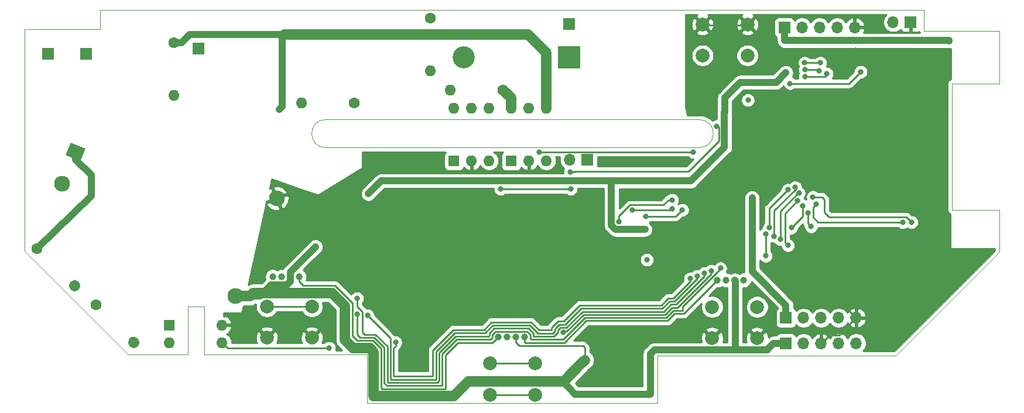
<source format=gbr>
G04 #@! TF.GenerationSoftware,KiCad,Pcbnew,(5.1.5)-3*
G04 #@! TF.CreationDate,2020-02-08T14:47:08+01:00*
G04 #@! TF.ProjectId,SenseEHajo,53656e73-6545-4486-916a-6f2e6b696361,rev?*
G04 #@! TF.SameCoordinates,PX55061d0PY277be90*
G04 #@! TF.FileFunction,Copper,L2,Bot*
G04 #@! TF.FilePolarity,Positive*
%FSLAX46Y46*%
G04 Gerber Fmt 4.6, Leading zero omitted, Abs format (unit mm)*
G04 Created by KiCad (PCBNEW (5.1.5)-3) date 2020-02-08 14:47:08*
%MOMM*%
%LPD*%
G04 APERTURE LIST*
%ADD10C,0.050000*%
%ADD11C,1.600000*%
%ADD12C,1.600000*%
%ADD13O,1.600000X1.600000*%
%ADD14R,1.600000X1.600000*%
%ADD15R,1.700000X1.700000*%
%ADD16C,2.300000*%
%ADD17C,0.150000*%
%ADD18O,1.700000X1.700000*%
%ADD19C,2.000000*%
%ADD20R,3.200000X3.200000*%
%ADD21O,3.200000X3.200000*%
%ADD22C,1.000000*%
%ADD23C,0.800000*%
%ADD24C,0.250000*%
%ADD25C,1.000000*%
%ADD26C,1.500000*%
%ADD27C,0.254000*%
G04 APERTURE END LIST*
D10*
X-51054000Y-28829000D02*
X-42392600Y-28829000D01*
X-40081200Y-21894800D02*
X-40081200Y-28829000D01*
X-42392600Y-21894800D02*
X-40081200Y-21894800D01*
X-42392600Y-28829000D02*
X-42392600Y-21894800D01*
X29514800Y21056600D02*
X29489400Y21082000D01*
X25425400Y21056600D02*
X29514800Y21056600D01*
X23266400Y5207000D02*
X31521400Y5207000D01*
X29489400Y21082000D02*
X64008000Y21082000D01*
X-12446000Y1143000D02*
X31521400Y1143000D01*
X23266400Y5207000D02*
X-12446000Y5207000D01*
X74930000Y-13970000D02*
X59944000Y-28956000D01*
X-16510000Y-35814000D02*
X-16510000Y-28829000D01*
X64008000Y21082000D02*
X64008000Y18034000D01*
X64008000Y18034000D02*
X74930000Y18034000D01*
X25527000Y-35814000D02*
X-16510000Y-35814000D01*
X-66040000Y-13843000D02*
X-66040000Y18288000D01*
X74930000Y10414000D02*
X68072000Y10414000D01*
X74930000Y-7874000D02*
X74930000Y-13970000D01*
X68072000Y-7874000D02*
X74930000Y-7874000D01*
X68072000Y10414000D02*
X68072000Y-7874000D01*
X74930000Y18034000D02*
X74930000Y10414000D01*
X31521400Y5207000D02*
G75*
G02X31521400Y1143000I0J-2032000D01*
G01*
X-12446000Y1143000D02*
X-22479000Y1143000D01*
X-22479000Y5207000D02*
X-12446000Y5207000D01*
X-22479000Y1143000D02*
G75*
G02X-22479000Y5207000I0J2032000D01*
G01*
X-51054000Y-28829000D02*
X-66040000Y-13843000D01*
X-16510000Y-28829000D02*
X-40081200Y-28829000D01*
X25527000Y-28956000D02*
X25527000Y-35814000D01*
X-55118000Y18288000D02*
X-55118000Y21082000D01*
X-66040000Y18288000D02*
X-55118000Y18288000D01*
X25425400Y21056600D02*
X-55118000Y21082000D01*
X59944000Y-28956000D02*
X25527000Y-28956000D01*
D11*
X-58873846Y-18824754D02*
X-58873846Y-18824754D01*
D12*
X-64262000Y-13436600D03*
D11*
X-50314046Y-27003554D02*
X-50314046Y-27003554D01*
D12*
X-55702200Y-21615400D03*
D13*
X-37465000Y-24561800D03*
X-45085000Y-27101800D03*
X-37465000Y-27101800D03*
D14*
X-45085000Y-24561800D03*
D13*
X-44475400Y8712200D03*
D12*
X-44475400Y16332200D03*
D13*
X-4445000Y9499600D03*
D12*
X3175000Y9499600D03*
D13*
X-7366000Y12293600D03*
D12*
X-7366000Y19913600D03*
D13*
X-26009600Y7569200D03*
D12*
X-18389600Y7569200D03*
D13*
X4343400Y6832600D03*
X9423400Y-787400D03*
X6883400Y6832600D03*
X6883400Y-787400D03*
X9423400Y6832600D03*
D14*
X4343400Y-787400D03*
D13*
X-3937000Y6832600D03*
X1143000Y-787400D03*
X-1397000Y6832600D03*
X-1397000Y-787400D03*
X1143000Y6832600D03*
D14*
X-3937000Y-787400D03*
D15*
X-40894000Y15494000D03*
X12700000Y19050000D03*
D16*
X-29579355Y-6192870D03*
G04 #@! TA.AperFunction,ComponentPad*
D17*
G36*
X-60123312Y36836D02*
G01*
X-59341849Y1877846D01*
X-57224688Y979164D01*
X-58006151Y-861846D01*
X-60123312Y36836D01*
G37*
G04 #@! TD.AperFunction*
D16*
X-60627656Y-4094524D03*
X-35596615Y-20368645D03*
D15*
X15341600Y-635000D03*
D18*
X12801600Y-635000D03*
X59563000Y19304000D03*
D15*
X62103000Y19304000D03*
D18*
X54229000Y-23495000D03*
X51689000Y-23495000D03*
X49149000Y-23495000D03*
X46609000Y-23495000D03*
D15*
X44069000Y-23495000D03*
X44069000Y-27178000D03*
D18*
X46609000Y-27178000D03*
X49149000Y-27178000D03*
X51689000Y-27178000D03*
X54229000Y-27178000D03*
D15*
X-57150000Y14732000D03*
X-62611000Y14732000D03*
D19*
X32004000Y14478000D03*
X32004000Y18978000D03*
X38504000Y14478000D03*
X38504000Y18978000D03*
X39901000Y-21916000D03*
X39901000Y-26416000D03*
X33401000Y-21916000D03*
X33401000Y-26416000D03*
X7770000Y-30099000D03*
X7770000Y-34599000D03*
X1270000Y-30099000D03*
X1270000Y-34599000D03*
X-30988000Y-26344000D03*
X-30988000Y-21844000D03*
X-24488000Y-26344000D03*
X-24488000Y-21844000D03*
D20*
X12700000Y14224000D03*
D21*
X-2540000Y14224000D03*
D15*
X43840400Y18542000D03*
D18*
X46380400Y18542000D03*
X48920400Y18542000D03*
X51460400Y18542000D03*
X54000400Y18542000D03*
D22*
X-26339800Y-17526000D03*
X-27609800Y-17526000D03*
X-28879800Y-17526000D03*
X-30149800Y-17526000D03*
X2438400Y-26289000D03*
X3708400Y-26289000D03*
X4978400Y-26289000D03*
X6248400Y-26289000D03*
X37973000Y-18034000D03*
X36703000Y-18034000D03*
X35433000Y-18034000D03*
X34163000Y-18034000D03*
D23*
X57912000Y533400D03*
X61722000Y533400D03*
X61772800Y4343400D03*
X57835800Y4368800D03*
X53213000Y-12065000D03*
X52832000Y-20828000D03*
X67411600Y14986000D03*
X67411600Y13995400D03*
X67437000Y12979400D03*
X67487800Y11734800D03*
X65379600Y7264400D03*
X63449200Y7213600D03*
X52806600Y7213600D03*
X55016400Y7289800D03*
X57734200Y7315200D03*
X60553600Y7315200D03*
X52781200Y3937000D03*
X52781200Y558800D03*
X52832000Y-3759200D03*
X56210200Y-3835400D03*
X60553600Y-3733800D03*
X58369200Y-1905000D03*
X54889400Y-1498600D03*
X54635400Y2311400D03*
X54711600Y5435600D03*
X59817000Y2413000D03*
X65582800Y-3911600D03*
X63423800Y-1930400D03*
X65532000Y4013200D03*
X65709800Y508000D03*
X63931800Y2413000D03*
X57353200Y12827000D03*
X57200800Y14986000D03*
X49809400Y15036800D03*
X54076600Y15214600D03*
X35687000Y16916400D03*
X35661600Y18897600D03*
X41910000Y5105400D03*
X41935400Y3403600D03*
X41986200Y1498600D03*
X41986200Y-533400D03*
X42011600Y-2616200D03*
X42087800Y-4876800D03*
X43764200Y5181600D03*
X43815000Y3429000D03*
X43815000Y1524000D03*
X43840400Y-533400D03*
X43891200Y-2717800D03*
X37693600Y4292600D03*
X37719000Y2387600D03*
X37744400Y431800D03*
X37744400Y-1524000D03*
X37795200Y-3429000D03*
X37846000Y-5308600D03*
X35991800Y-5308600D03*
X35915600Y-3429000D03*
X35915600Y-1447800D03*
X34086800Y-5308600D03*
X34112200Y-3352800D03*
X32207200Y-5283200D03*
X58115200Y-19380200D03*
X58064400Y-17653000D03*
X59969400Y-19380200D03*
X59969400Y-15900400D03*
X62865000Y-24104600D03*
X62865000Y-20421600D03*
X62763400Y-16383000D03*
X62687200Y-13157200D03*
X65760600Y-13030200D03*
X65836800Y-16306800D03*
X65735200Y-20675600D03*
X68529200Y-16306800D03*
X71069200Y-16205200D03*
X50952400Y-15951200D03*
X50952400Y-17068800D03*
X50977800Y-14884400D03*
X28143200Y-685800D03*
X12598400Y-6350000D03*
X38582600Y8026400D03*
X39173001Y-6140599D03*
X-16460389Y-23114000D03*
X31242409Y-17435463D03*
X41148000Y-11354380D03*
X41148000Y-14517200D03*
X2794000Y-4814400D03*
X12954000Y-4826000D03*
X12873147Y-2366853D03*
X34079000Y4265689D03*
X67681184Y16607099D03*
X44842600Y-10457025D03*
X46477423Y-7268977D03*
X43235001Y-12126400D03*
X45948600Y-5435600D03*
X46830201Y12430003D03*
X48832600Y12293600D03*
X11821220Y-25613418D03*
X33268446Y-16682246D03*
X35179000Y4699000D03*
X14986000Y-29616400D03*
X23952200Y-15087600D03*
X23672800Y-10693400D03*
X44043600Y11988800D03*
X-23988253Y-13197347D03*
X-16317453Y-5526547D03*
X47701200Y-10287000D03*
X30646807Y518000D03*
X47244000Y-8266600D03*
X8356600Y518000D03*
X23774400Y-8813800D03*
X29083000Y-7874000D03*
X21844000Y-7924800D03*
X27623600Y-7747000D03*
X27623600Y-6426200D03*
X19927154Y-9563004D03*
X42352585Y-11655926D03*
X45390025Y-4606144D03*
X46780919Y13428789D03*
X49047400Y13411200D03*
X-17957800Y-20675600D03*
X32267722Y-17046560D03*
X-29210000Y6705600D03*
X62230000Y-9652000D03*
X47955200Y-5994400D03*
X60985400Y-9652000D03*
X48467853Y-7031147D03*
X44360000Y-13004800D03*
X45765930Y-6566282D03*
X46830201Y11430000D03*
X49961800Y11836400D03*
X-17910390Y-22936200D03*
X34594800Y-16306800D03*
X-21996400Y-27863800D03*
X-12384950Y-27025600D03*
X30229947Y-17811516D03*
X41627585Y-10464800D03*
X44331070Y-4954822D03*
X44665025Y10439400D03*
X54889400Y12115800D03*
D24*
X37089787Y18897600D02*
X35661600Y18897600D01*
X38504000Y18897600D02*
X37089787Y18897600D01*
X2684213Y-34599000D02*
X7770000Y-34599000D01*
X1270000Y-34599000D02*
X2684213Y-34599000D01*
X53213000Y-12065000D02*
X53213000Y-12630685D01*
X53213000Y-12630685D02*
X53213000Y-20066000D01*
X53213000Y-20066000D02*
X53213000Y-20447000D01*
X53213000Y-20447000D02*
X52832000Y-20828000D01*
X51721001Y-26002999D02*
X53379001Y-24344999D01*
X50374801Y-26002999D02*
X51721001Y-26002999D01*
X53379001Y-24344999D02*
X54229000Y-23495000D01*
X49199800Y-27178000D02*
X50374801Y-26002999D01*
X52832000Y-22098000D02*
X52832000Y-20828000D01*
X54229000Y-23495000D02*
X52832000Y-22098000D01*
X35661600Y18897600D02*
X32004000Y18897600D01*
D25*
X43840400Y16692000D02*
X43840400Y18542000D01*
X43895400Y16637000D02*
X43840400Y16692000D01*
X44069000Y-21645000D02*
X44069000Y-23495000D01*
X39173001Y-16749001D02*
X44069000Y-21645000D01*
X39173001Y-6140599D02*
X39173001Y-16749001D01*
D24*
X-16460389Y-23114000D02*
X-13109950Y-26464439D01*
X-13109950Y-32356050D02*
X-13052050Y-32413950D01*
X-13109950Y-26464439D02*
X-13109950Y-32356050D01*
X-13052050Y-32413950D02*
X-6558160Y-32413950D01*
X-6531627Y-28349704D02*
X-3835923Y-25654000D01*
X-6558160Y-32413950D02*
X-6531629Y-32387419D01*
X-6531629Y-32387419D02*
X-6531627Y-28349704D01*
X700181Y-25654000D02*
X700182Y-25533397D01*
X-3835923Y-25654000D02*
X700181Y-25654000D01*
X1669600Y-24563980D02*
X7017203Y-24563981D01*
X700182Y-25533397D02*
X700182Y-25533396D01*
X700182Y-25533396D02*
X1669600Y-24563980D01*
X7017203Y-24563981D02*
X8177181Y-25723959D01*
X8177181Y-25723959D02*
X10342631Y-25723959D01*
X10342631Y-25723959D02*
X10646209Y-25420381D01*
X10646210Y-25079016D02*
X11286819Y-24438407D01*
X10646209Y-25420381D02*
X10646210Y-25079016D01*
X12112306Y-24438407D02*
X14452713Y-22098000D01*
X11286819Y-24438407D02*
X12112306Y-24438407D01*
X26162000Y-22098000D02*
X26190760Y-22126760D01*
X14452713Y-22098000D02*
X26162000Y-22098000D01*
X26204329Y-22126760D02*
X27240139Y-21090949D01*
X26190760Y-22126760D02*
X26204329Y-22126760D01*
X27240139Y-21090949D02*
X27975819Y-21090949D01*
X27975819Y-21090949D02*
X31242409Y-17824359D01*
X31242409Y-17824359D02*
X31242409Y-17435463D01*
X41148000Y-11354380D02*
X41148000Y-14517200D01*
X3359685Y-4814400D02*
X3371285Y-4826000D01*
X2794000Y-4814400D02*
X3359685Y-4814400D01*
X3371285Y-4826000D02*
X12954000Y-4826000D01*
X13438832Y-2366853D02*
X13519685Y-2286000D01*
X12873147Y-2366853D02*
X13438832Y-2366853D01*
X13519685Y-2286000D02*
X29972000Y-2286000D01*
X29972000Y-2286000D02*
X34353990Y2095990D01*
X34353990Y2095990D02*
X34353990Y4127990D01*
X34353990Y4127990D02*
X34216699Y4127990D01*
X34216699Y4127990D02*
X34079000Y4265689D01*
D25*
X43895400Y16637000D02*
X67651283Y16637000D01*
X67651283Y16637000D02*
X67681184Y16607099D01*
D24*
X44842600Y-10457025D02*
X46477423Y-8822202D01*
X46477423Y-8822202D02*
X46477423Y-7268977D01*
X2684213Y-30099000D02*
X7770000Y-30099000D01*
X1270000Y-30099000D02*
X2684213Y-30099000D01*
X45823610Y-5435600D02*
X45948600Y-5435600D01*
X43235001Y-12126400D02*
X43235001Y-8024209D01*
X43235001Y-8024209D02*
X45823610Y-5435600D01*
X46830201Y12430003D02*
X46830201Y12173999D01*
X46830201Y12430003D02*
X48696197Y12430003D01*
X48696197Y12430003D02*
X48832600Y12293600D01*
X12372733Y-25450800D02*
X14796753Y-23026780D01*
X11821220Y-25613418D02*
X11983838Y-25450800D01*
X11983838Y-25450800D02*
X12372733Y-25450800D01*
X14796753Y-23026780D02*
X26339800Y-23026780D01*
X26577129Y-23026780D02*
X27612939Y-21990969D01*
X26339800Y-23026780D02*
X26577129Y-23026780D01*
X27612939Y-21990969D02*
X28348619Y-21990969D01*
X28348619Y-21990969D02*
X28669602Y-21669986D01*
X28669602Y-21669986D02*
X33268446Y-17071142D01*
X33268446Y-17071142D02*
X33268446Y-16682246D01*
D25*
X-27609800Y-18233106D02*
X-27609800Y-17526000D01*
X-28102695Y-18726001D02*
X-27609800Y-18233106D01*
X-30386003Y-18726001D02*
X-28102695Y-18726001D01*
X-32028647Y-20368645D02*
X-30386003Y-18726001D01*
X-35596615Y-20368645D02*
X-32028647Y-20368645D01*
X35179000Y1138196D02*
X35179000Y4699000D01*
X30355402Y-3685402D02*
X35179000Y1138196D01*
D26*
X-35596615Y-20368645D02*
X-33477355Y-20368645D01*
X-33002709Y-19893999D02*
X-21584201Y-19893999D01*
X-33477355Y-20368645D02*
X-33002709Y-19893999D01*
X-21584201Y-19893999D02*
X-19710400Y-21767800D01*
X-19710400Y-21767800D02*
X-19710400Y-26670000D01*
X-15534990Y-28425138D02*
X-15534990Y-34838990D01*
X-15534990Y-34838990D02*
X-4013200Y-34838990D01*
X-19710400Y-26670000D02*
X-18526410Y-27853990D01*
X-16106138Y-27853990D02*
X-15534990Y-28425138D01*
X-18526410Y-27853990D02*
X-16106138Y-27853990D01*
D25*
X44119800Y-27178000D02*
X42269800Y-27178000D01*
X18827153Y-10091005D02*
X18827153Y-3829647D01*
X19429548Y-10693400D02*
X18827153Y-10091005D01*
X23672800Y-10693400D02*
X19429548Y-10693400D01*
X18827153Y-3829647D02*
X18999200Y-3657600D01*
X30355402Y-3685402D02*
X18999200Y-3657600D01*
X39828999Y-28116001D02*
X39084999Y-28116001D01*
X25046199Y-28116001D02*
X24460200Y-28702000D01*
X24460200Y-28702000D02*
X24460200Y-34518600D01*
X36728400Y-18715706D02*
X36728400Y-28117800D01*
X35179000Y6250802D02*
X35204400Y6276202D01*
X35179000Y4699000D02*
X35179000Y6250802D01*
X35204400Y6276202D02*
X35204400Y8331200D01*
X35204400Y8331200D02*
X37465000Y10591800D01*
X37465000Y10591800D02*
X42240200Y10591800D01*
X42240200Y10591800D02*
X42646600Y10591800D01*
X42646600Y10591800D02*
X44043600Y11988800D01*
D26*
X11953401Y-32648999D02*
X14586001Y-30016399D01*
X14586001Y-30016399D02*
X14986000Y-29616400D01*
X-4013200Y-34838990D02*
X-1823209Y-32648999D01*
D25*
X8372001Y-32648999D02*
X11795599Y-32648999D01*
D26*
X8372001Y-32648999D02*
X11953401Y-32648999D01*
X-1823209Y-32648999D02*
X8372001Y-32648999D01*
D25*
X13563600Y-34518600D02*
X12700000Y-33655000D01*
X24460200Y-34518600D02*
X13563600Y-34518600D01*
X11795599Y-32648999D02*
X12700000Y-33655000D01*
D24*
X5506293Y-27523999D02*
X13141401Y-27523999D01*
X4978400Y-26289000D02*
X4978400Y-26996106D01*
X4978400Y-26996106D02*
X5506293Y-27523999D01*
X13141401Y-27523999D02*
X13151002Y-27533600D01*
X13151002Y-27533600D02*
X14706600Y-27533600D01*
X14986000Y-27813000D02*
X14986000Y-29616400D01*
X14706600Y-27533600D02*
X14986000Y-27813000D01*
D25*
X-27609800Y-16818894D02*
X-23988253Y-13197347D01*
X-27609800Y-17526000D02*
X-27609800Y-16818894D01*
X18999200Y-3657600D02*
X-11506200Y-3657600D01*
X-14448506Y-3657600D02*
X-11506200Y-3657600D01*
X-16317453Y-5526547D02*
X-14448506Y-3657600D01*
X25046199Y-28116001D02*
X34313601Y-28116001D01*
X41331799Y-28116001D02*
X41402000Y-28117800D01*
X34315400Y-28117800D02*
X41402000Y-28117800D01*
X34313601Y-28116001D02*
X34315400Y-28117800D01*
X41402000Y-28117800D02*
X39828999Y-28116001D01*
X41402000Y-28045800D02*
X42269800Y-27178000D01*
X41402000Y-28117800D02*
X41402000Y-28045800D01*
X36728400Y-18110200D02*
X36728400Y-18715706D01*
X36703000Y-18084800D02*
X36728400Y-18110200D01*
X36703000Y-18034000D02*
X36703000Y-18084800D01*
X-58674000Y-578360D02*
X-56413400Y-2838960D01*
X-56413400Y-2838960D02*
X-56413400Y-5816600D01*
X-58674000Y508000D02*
X-58674000Y-578360D01*
X-56413400Y-5816600D02*
X-64262000Y-13436600D01*
D24*
X47244000Y-9829800D02*
X47701200Y-10287000D01*
X47244000Y-8266600D02*
X47244000Y-9829800D01*
X30624806Y540001D02*
X30646807Y518000D01*
X8944286Y540001D02*
X30624806Y540001D01*
X8922285Y518000D02*
X8944286Y540001D01*
X8356600Y518000D02*
X8922285Y518000D01*
D26*
X4343400Y8331200D02*
X3175000Y9499600D01*
X4343400Y6832600D02*
X4343400Y8331200D01*
D24*
X23774400Y-8813800D02*
X28143200Y-8813800D01*
X28143200Y-8813800D02*
X29083000Y-7874000D01*
X21844000Y-7924800D02*
X27445800Y-7924800D01*
X27445800Y-7924800D02*
X27623600Y-7747000D01*
X27057915Y-6426200D02*
X26321315Y-7162800D01*
X27623600Y-6426200D02*
X27057915Y-6426200D01*
X19927154Y-8768644D02*
X19927154Y-9563004D01*
X26321315Y-7162800D02*
X21532998Y-7162800D01*
X21532998Y-7162800D02*
X19927154Y-8768644D01*
X1653411Y-27073989D02*
X2438400Y-26289000D01*
X-3346682Y-27073989D02*
X1653411Y-27073989D01*
X-5181600Y-28908907D02*
X-3346682Y-27073989D01*
X-18635390Y-21322517D02*
X-18635390Y-26094010D01*
X-5181600Y-33763980D02*
X-5181600Y-28908907D01*
X-21138918Y-18818989D02*
X-18635390Y-21322517D01*
X-25753917Y-18818989D02*
X-21138918Y-18818989D01*
X-26339800Y-18233106D02*
X-25753917Y-18818989D01*
X-26339800Y-17526000D02*
X-26339800Y-18233106D01*
X-18635390Y-26094010D02*
X-17950420Y-26778980D01*
X-15660855Y-26778980D02*
X-14459980Y-27979855D01*
X-17950420Y-26778980D02*
X-15660855Y-26778980D01*
X-14459980Y-27979855D02*
X-14459980Y-33596820D01*
X-14459980Y-33596820D02*
X-14292820Y-33763980D01*
X-14292820Y-33763980D02*
X-5181600Y-33763980D01*
X6248400Y-26996106D02*
X6326283Y-27073989D01*
X6248400Y-26289000D02*
X6248400Y-26996106D01*
X12022364Y-27073989D02*
X15169553Y-23926800D01*
X6326283Y-27073989D02*
X12022364Y-27073989D01*
X26949929Y-23926800D02*
X27985739Y-22890989D01*
X15169553Y-23926800D02*
X26949929Y-23926800D01*
X29306011Y-22890989D02*
X34163000Y-18034000D01*
X27985739Y-22890989D02*
X29306011Y-22890989D01*
X42352585Y-7958613D02*
X45516800Y-4794398D01*
X42352585Y-11655926D02*
X42352585Y-7958613D01*
X45516800Y-4794398D02*
X45516800Y-4732919D01*
X45516800Y-4732919D02*
X45390025Y-4606144D01*
X47346604Y13428789D02*
X47364193Y13411200D01*
X46780919Y13428789D02*
X47346604Y13428789D01*
X47364193Y13411200D02*
X49047400Y13411200D01*
X-17185389Y-22588199D02*
X-17185389Y-25084789D01*
X-17957800Y-20675600D02*
X-17957800Y-21815788D01*
X-17957800Y-21815788D02*
X-17185389Y-22588199D01*
X-17185389Y-25084789D02*
X-17185389Y-25537411D01*
X-17185389Y-25537411D02*
X-16843839Y-25878961D01*
X-16843839Y-25878961D02*
X-15288053Y-25878962D01*
X-15288053Y-25878962D02*
X-13559960Y-27607055D01*
X-13559960Y-27607055D02*
X-13559960Y-32742830D01*
X-13559960Y-32742830D02*
X-13438830Y-32863960D01*
X-6371760Y-32863960D02*
X-6081620Y-32573820D01*
X-13438830Y-32863960D02*
X-6371760Y-32863960D01*
X-6081620Y-32573820D02*
X-6081619Y-31588999D01*
X-6081618Y-28536105D02*
X-3719482Y-26173969D01*
X-6081619Y-31588999D02*
X-6081618Y-28536105D01*
X-3719482Y-26173969D02*
X990600Y-26173969D01*
X1080231Y-26173969D02*
X1150190Y-26104010D01*
X990600Y-26173969D02*
X1080231Y-26173969D01*
X6830802Y-25013990D02*
X7536609Y-25719797D01*
X1150190Y-26104010D02*
X1150191Y-25719797D01*
X1855999Y-25013989D02*
X6830802Y-25013990D01*
X1150191Y-25719797D02*
X1855999Y-25013989D01*
X7536609Y-26154809D02*
X7555769Y-26173969D01*
X7536609Y-25719797D02*
X7536609Y-26154809D01*
X7555769Y-26173969D02*
X10529031Y-26173969D01*
X11473219Y-24888417D02*
X12169221Y-24888417D01*
X11096219Y-25265417D02*
X11473219Y-24888417D01*
X10529031Y-26173969D02*
X11096219Y-25606781D01*
X11096219Y-25606781D02*
X11096219Y-25265417D01*
X12269723Y-24917400D02*
X14610353Y-22576770D01*
X12169221Y-24888417D02*
X12198204Y-24917400D01*
X12198204Y-24917400D02*
X12269723Y-24917400D01*
X26390729Y-22576770D02*
X27426539Y-21540959D01*
X14610353Y-22576770D02*
X26390729Y-22576770D01*
X28162219Y-21540959D02*
X28219593Y-21483585D01*
X27426539Y-21540959D02*
X28162219Y-21540959D01*
X28219593Y-21483585D02*
X32267722Y-17435456D01*
X32267722Y-17435456D02*
X32267722Y-17046560D01*
D25*
X-44475400Y16332200D02*
X-43344030Y16332200D01*
X-42150230Y17526000D02*
X-27025600Y17526000D01*
X-43344030Y16332200D02*
X-42150230Y17526000D01*
D26*
X-27025600Y17526000D02*
X-28448000Y17526000D01*
D25*
X-28810001Y17163999D02*
X-28448000Y17526000D01*
X-28810001Y7105599D02*
X-28810001Y17163999D01*
X-29210000Y6705600D02*
X-28810001Y7105599D01*
X-1574800Y17526000D02*
X-1270000Y17526000D01*
D26*
X-1574800Y17526000D02*
X-27025600Y17526000D01*
X9423400Y14909800D02*
X9423400Y6832600D01*
X-1574800Y17526000D02*
X6807200Y17526000D01*
X6807200Y17526000D02*
X9423400Y14909800D01*
D24*
X61504999Y-8926999D02*
X62230000Y-9652000D01*
X47955200Y-5994400D02*
X49276000Y-5994400D01*
X50292000Y-8890000D02*
X50723800Y-8890000D01*
X49276000Y-5994400D02*
X49657000Y-6375400D01*
X50723800Y-8890000D02*
X61504999Y-8926999D01*
X49657000Y-8255000D02*
X50292000Y-8890000D01*
X49657000Y-6375400D02*
X49657000Y-8255000D01*
X48690390Y-9652000D02*
X47969001Y-8930611D01*
X60985400Y-9652000D02*
X48690390Y-9652000D01*
X47969001Y-8930611D02*
X47969001Y-8614601D01*
X47969001Y-8614601D02*
X47969001Y-8323963D01*
X47969001Y-8614601D02*
X47969001Y-7529999D01*
X47969001Y-7529999D02*
X48467853Y-7031147D01*
X-30988000Y-21844000D02*
X-24488000Y-21844000D01*
X43960001Y-12604801D02*
X43960001Y-10268999D01*
X44360000Y-13004800D02*
X43960001Y-12604801D01*
X43960001Y-10268999D02*
X43960001Y-8372211D01*
X43960001Y-8372211D02*
X45765930Y-6566282D01*
X46830201Y11430000D02*
X49707800Y11430000D01*
X49707800Y11430000D02*
X49961800Y11684000D01*
X49961800Y11684000D02*
X49961800Y11836400D01*
X-17910390Y-22936200D02*
X-17910390Y-25955410D01*
X-17910390Y-25955410D02*
X-17536830Y-26328970D01*
X-15474454Y-26328971D02*
X-14009970Y-27793455D01*
X-17536830Y-26328970D02*
X-15474454Y-26328971D01*
X-14009970Y-32929230D02*
X-13625230Y-33313970D01*
X-14009970Y-27793455D02*
X-14009970Y-32929230D01*
X-13625230Y-33313970D02*
X-5631610Y-33313970D01*
X-5631610Y-33313970D02*
X-5631610Y-31775400D01*
X-5631610Y-31775400D02*
X-5631609Y-28722506D01*
X-5631609Y-28722506D02*
X-3533082Y-26623979D01*
X1341421Y-26623979D02*
X1600200Y-26365200D01*
X-3533082Y-26623979D02*
X1341421Y-26623979D01*
X1600200Y-26365200D02*
X1600200Y-26035000D01*
X6644401Y-25463999D02*
X7086600Y-25906198D01*
X2042399Y-25463999D02*
X6644401Y-25463999D01*
X1600200Y-26035000D02*
X1600200Y-25906198D01*
X1600200Y-25906198D02*
X2042399Y-25463999D01*
X7086600Y-26619200D02*
X7091379Y-26623979D01*
X7086600Y-25906198D02*
X7086600Y-26619200D01*
X7091379Y-26623979D02*
X11835964Y-26623979D01*
X11835964Y-26623979D02*
X14983153Y-23476790D01*
X26763529Y-23476790D02*
X27799339Y-22440979D01*
X14983153Y-23476790D02*
X26763529Y-23476790D01*
X27799339Y-22440979D02*
X29119611Y-22440979D01*
X34594800Y-16381198D02*
X34594800Y-16306800D01*
X29119611Y-22440979D02*
X29119611Y-21856387D01*
X29119611Y-21856387D02*
X34594800Y-16381198D01*
X-37465000Y-27101800D02*
X-36665001Y-27901799D01*
X-22034399Y-27901799D02*
X-21996400Y-27863800D01*
X-36665001Y-27901799D02*
X-22034399Y-27901799D01*
X-12384950Y-27591285D02*
X-12659940Y-27866275D01*
X-12384950Y-27025600D02*
X-12384950Y-27591285D01*
X-12659940Y-27866275D02*
X-12659940Y-31963940D01*
X-12659940Y-31963940D02*
X-6981638Y-31963940D01*
X-6981638Y-31963940D02*
X-6981637Y-28575000D01*
X-6981637Y-28575000D02*
X-6981636Y-28163303D01*
X-6981636Y-28163303D02*
X-4992067Y-26173734D01*
X-4992067Y-26173734D02*
X-4022323Y-25203990D01*
X-4022323Y-25203990D02*
X127000Y-25203990D01*
X393178Y-25203990D02*
X1483201Y-24113971D01*
X127000Y-25203990D02*
X393178Y-25203990D01*
X1483201Y-24113971D02*
X7203604Y-24113972D01*
X7203604Y-24113972D02*
X8363581Y-25273949D01*
X10133651Y-25273949D02*
X10196200Y-25211400D01*
X8363581Y-25273949D02*
X10133651Y-25273949D01*
X10196200Y-25211400D02*
X10196201Y-24892615D01*
X10196201Y-24892615D02*
X11100419Y-23988397D01*
X11100419Y-23988397D02*
X11925906Y-23988397D01*
X11925906Y-23988397D02*
X14266313Y-21647990D01*
X14266313Y-21647990D02*
X26046689Y-21647990D01*
X26046689Y-21647990D02*
X26781039Y-20913640D01*
X26781039Y-20913640D02*
X27053739Y-20640939D01*
X27053739Y-20640939D02*
X27789419Y-20640939D01*
X27789419Y-20640939D02*
X29358679Y-19071679D01*
X29358679Y-19071679D02*
X30229947Y-18200411D01*
X30229947Y-18200411D02*
X30229947Y-17811516D01*
X41627585Y-10464800D02*
X41627585Y-7658307D01*
X41627585Y-7658307D02*
X44331070Y-4954822D01*
X44665025Y10439400D02*
X53213000Y10439400D01*
X53213000Y10439400D02*
X54889400Y12115800D01*
D25*
X-50139600Y-27101800D02*
X-50441046Y-26800354D01*
D27*
G36*
X1463748Y-34584858D02*
G01*
X1449605Y-34599000D01*
X1463748Y-34613143D01*
X1284143Y-34792748D01*
X1270000Y-34778605D01*
X1255858Y-34792748D01*
X1076253Y-34613143D01*
X1090395Y-34599000D01*
X1076253Y-34584858D01*
X1255858Y-34405253D01*
X1270000Y-34419395D01*
X1284143Y-34405253D01*
X1463748Y-34584858D01*
G37*
X1463748Y-34584858D02*
X1449605Y-34599000D01*
X1463748Y-34613143D01*
X1284143Y-34792748D01*
X1270000Y-34778605D01*
X1255858Y-34792748D01*
X1076253Y-34613143D01*
X1090395Y-34599000D01*
X1076253Y-34584858D01*
X1255858Y-34405253D01*
X1270000Y-34419395D01*
X1284143Y-34405253D01*
X1463748Y-34584858D01*
G36*
X7963748Y-34584858D02*
G01*
X7949605Y-34599000D01*
X7963748Y-34613143D01*
X7784143Y-34792748D01*
X7770000Y-34778605D01*
X7755858Y-34792748D01*
X7576253Y-34613143D01*
X7590395Y-34599000D01*
X7576253Y-34584858D01*
X7755858Y-34405253D01*
X7770000Y-34419395D01*
X7784143Y-34405253D01*
X7963748Y-34584858D01*
G37*
X7963748Y-34584858D02*
X7949605Y-34599000D01*
X7963748Y-34613143D01*
X7784143Y-34792748D01*
X7770000Y-34778605D01*
X7755858Y-34792748D01*
X7576253Y-34613143D01*
X7590395Y-34599000D01*
X7576253Y-34584858D01*
X7755858Y-34405253D01*
X7770000Y-34419395D01*
X7784143Y-34405253D01*
X7963748Y-34584858D01*
G36*
X34869550Y-19025588D02*
G01*
X35073826Y-19116458D01*
X35291905Y-19165731D01*
X35515406Y-19171511D01*
X35593400Y-19158083D01*
X35593401Y-26982800D01*
X34942655Y-26982800D01*
X35023384Y-26674892D01*
X35042718Y-26353405D01*
X34998961Y-26034325D01*
X34893795Y-25729912D01*
X34800814Y-25555956D01*
X34536413Y-25460192D01*
X33580605Y-26416000D01*
X33594748Y-26430143D01*
X33415143Y-26609748D01*
X33401000Y-26595605D01*
X33386858Y-26609748D01*
X33207253Y-26430143D01*
X33221395Y-26416000D01*
X32265587Y-25460192D01*
X32001186Y-25555956D01*
X31860296Y-25845571D01*
X31778616Y-26157108D01*
X31759282Y-26478595D01*
X31803039Y-26797675D01*
X31866373Y-26981001D01*
X25101951Y-26981001D01*
X25046199Y-26975510D01*
X24990447Y-26981001D01*
X24823700Y-26997424D01*
X24609752Y-27062325D01*
X24412576Y-27167717D01*
X24239750Y-27309552D01*
X24204207Y-27352861D01*
X23697064Y-27860005D01*
X23653751Y-27895551D01*
X23511916Y-28068377D01*
X23425772Y-28229544D01*
X23406524Y-28265554D01*
X23341623Y-28479502D01*
X23319709Y-28702000D01*
X23325200Y-28757752D01*
X23325201Y-33383600D01*
X14033732Y-33383600D01*
X13605608Y-32955477D01*
X15613453Y-30947633D01*
X15613458Y-30947627D01*
X16013452Y-30547633D01*
X16143156Y-30389588D01*
X16271764Y-30148980D01*
X16350960Y-29887908D01*
X16377700Y-29616401D01*
X16350960Y-29344893D01*
X16271764Y-29083820D01*
X16143156Y-28843212D01*
X15970081Y-28632319D01*
X15759188Y-28459244D01*
X15746000Y-28452195D01*
X15746000Y-27850322D01*
X15749676Y-27812999D01*
X15746000Y-27775676D01*
X15746000Y-27775667D01*
X15735003Y-27664014D01*
X15691546Y-27520753D01*
X15620974Y-27388724D01*
X15526001Y-27272999D01*
X15496998Y-27249197D01*
X15270404Y-27022603D01*
X15246601Y-26993599D01*
X15130876Y-26898626D01*
X14998847Y-26828054D01*
X14855586Y-26784597D01*
X14743933Y-26773600D01*
X14743922Y-26773600D01*
X14706600Y-26769924D01*
X14669278Y-26773600D01*
X13397554Y-26773600D01*
X14890567Y-25280587D01*
X32445192Y-25280587D01*
X33401000Y-26236395D01*
X34356808Y-25280587D01*
X34261044Y-25016186D01*
X33971429Y-24875296D01*
X33659892Y-24793616D01*
X33338405Y-24774282D01*
X33019325Y-24818039D01*
X32714912Y-24923205D01*
X32540956Y-25016186D01*
X32445192Y-25280587D01*
X14890567Y-25280587D01*
X15484355Y-24686800D01*
X26912607Y-24686800D01*
X26949929Y-24690476D01*
X26987252Y-24686800D01*
X26987262Y-24686800D01*
X27098915Y-24675803D01*
X27242176Y-24632346D01*
X27374205Y-24561774D01*
X27489930Y-24466801D01*
X27513728Y-24437803D01*
X28300541Y-23650989D01*
X29268689Y-23650989D01*
X29306011Y-23654665D01*
X29343333Y-23650989D01*
X29343344Y-23650989D01*
X29454997Y-23639992D01*
X29598258Y-23596535D01*
X29730287Y-23525963D01*
X29846012Y-23430990D01*
X29869815Y-23401986D01*
X31827868Y-21443933D01*
X31766000Y-21754967D01*
X31766000Y-22077033D01*
X31828832Y-22392912D01*
X31952082Y-22690463D01*
X32131013Y-22958252D01*
X32358748Y-23185987D01*
X32626537Y-23364918D01*
X32924088Y-23488168D01*
X33239967Y-23551000D01*
X33562033Y-23551000D01*
X33877912Y-23488168D01*
X34175463Y-23364918D01*
X34443252Y-23185987D01*
X34670987Y-22958252D01*
X34849918Y-22690463D01*
X34973168Y-22392912D01*
X35036000Y-22077033D01*
X35036000Y-21754967D01*
X34973168Y-21439088D01*
X34849918Y-21141537D01*
X34670987Y-20873748D01*
X34443252Y-20646013D01*
X34175463Y-20467082D01*
X33877912Y-20343832D01*
X33562033Y-20281000D01*
X33239967Y-20281000D01*
X32928933Y-20342868D01*
X34102802Y-19169000D01*
X34274788Y-19169000D01*
X34494067Y-19125383D01*
X34700624Y-19039824D01*
X34854930Y-18936720D01*
X34869550Y-19025588D01*
G37*
X34869550Y-19025588D02*
X35073826Y-19116458D01*
X35291905Y-19165731D01*
X35515406Y-19171511D01*
X35593400Y-19158083D01*
X35593401Y-26982800D01*
X34942655Y-26982800D01*
X35023384Y-26674892D01*
X35042718Y-26353405D01*
X34998961Y-26034325D01*
X34893795Y-25729912D01*
X34800814Y-25555956D01*
X34536413Y-25460192D01*
X33580605Y-26416000D01*
X33594748Y-26430143D01*
X33415143Y-26609748D01*
X33401000Y-26595605D01*
X33386858Y-26609748D01*
X33207253Y-26430143D01*
X33221395Y-26416000D01*
X32265587Y-25460192D01*
X32001186Y-25555956D01*
X31860296Y-25845571D01*
X31778616Y-26157108D01*
X31759282Y-26478595D01*
X31803039Y-26797675D01*
X31866373Y-26981001D01*
X25101951Y-26981001D01*
X25046199Y-26975510D01*
X24990447Y-26981001D01*
X24823700Y-26997424D01*
X24609752Y-27062325D01*
X24412576Y-27167717D01*
X24239750Y-27309552D01*
X24204207Y-27352861D01*
X23697064Y-27860005D01*
X23653751Y-27895551D01*
X23511916Y-28068377D01*
X23425772Y-28229544D01*
X23406524Y-28265554D01*
X23341623Y-28479502D01*
X23319709Y-28702000D01*
X23325200Y-28757752D01*
X23325201Y-33383600D01*
X14033732Y-33383600D01*
X13605608Y-32955477D01*
X15613453Y-30947633D01*
X15613458Y-30947627D01*
X16013452Y-30547633D01*
X16143156Y-30389588D01*
X16271764Y-30148980D01*
X16350960Y-29887908D01*
X16377700Y-29616401D01*
X16350960Y-29344893D01*
X16271764Y-29083820D01*
X16143156Y-28843212D01*
X15970081Y-28632319D01*
X15759188Y-28459244D01*
X15746000Y-28452195D01*
X15746000Y-27850322D01*
X15749676Y-27812999D01*
X15746000Y-27775676D01*
X15746000Y-27775667D01*
X15735003Y-27664014D01*
X15691546Y-27520753D01*
X15620974Y-27388724D01*
X15526001Y-27272999D01*
X15496998Y-27249197D01*
X15270404Y-27022603D01*
X15246601Y-26993599D01*
X15130876Y-26898626D01*
X14998847Y-26828054D01*
X14855586Y-26784597D01*
X14743933Y-26773600D01*
X14743922Y-26773600D01*
X14706600Y-26769924D01*
X14669278Y-26773600D01*
X13397554Y-26773600D01*
X14890567Y-25280587D01*
X32445192Y-25280587D01*
X33401000Y-26236395D01*
X34356808Y-25280587D01*
X34261044Y-25016186D01*
X33971429Y-24875296D01*
X33659892Y-24793616D01*
X33338405Y-24774282D01*
X33019325Y-24818039D01*
X32714912Y-24923205D01*
X32540956Y-25016186D01*
X32445192Y-25280587D01*
X14890567Y-25280587D01*
X15484355Y-24686800D01*
X26912607Y-24686800D01*
X26949929Y-24690476D01*
X26987252Y-24686800D01*
X26987262Y-24686800D01*
X27098915Y-24675803D01*
X27242176Y-24632346D01*
X27374205Y-24561774D01*
X27489930Y-24466801D01*
X27513728Y-24437803D01*
X28300541Y-23650989D01*
X29268689Y-23650989D01*
X29306011Y-23654665D01*
X29343333Y-23650989D01*
X29343344Y-23650989D01*
X29454997Y-23639992D01*
X29598258Y-23596535D01*
X29730287Y-23525963D01*
X29846012Y-23430990D01*
X29869815Y-23401986D01*
X31827868Y-21443933D01*
X31766000Y-21754967D01*
X31766000Y-22077033D01*
X31828832Y-22392912D01*
X31952082Y-22690463D01*
X32131013Y-22958252D01*
X32358748Y-23185987D01*
X32626537Y-23364918D01*
X32924088Y-23488168D01*
X33239967Y-23551000D01*
X33562033Y-23551000D01*
X33877912Y-23488168D01*
X34175463Y-23364918D01*
X34443252Y-23185987D01*
X34670987Y-22958252D01*
X34849918Y-22690463D01*
X34973168Y-22392912D01*
X35036000Y-22077033D01*
X35036000Y-21754967D01*
X34973168Y-21439088D01*
X34849918Y-21141537D01*
X34670987Y-20873748D01*
X34443252Y-20646013D01*
X34175463Y-20467082D01*
X33877912Y-20343832D01*
X33562033Y-20281000D01*
X33239967Y-20281000D01*
X32928933Y-20342868D01*
X34102802Y-19169000D01*
X34274788Y-19169000D01*
X34494067Y-19125383D01*
X34700624Y-19039824D01*
X34854930Y-18936720D01*
X34869550Y-19025588D01*
G36*
X31143956Y20377814D02*
G01*
X31048192Y20113413D01*
X32004000Y19157605D01*
X32959808Y20113413D01*
X32864044Y20377814D01*
X32773215Y20422000D01*
X37726623Y20422000D01*
X37643956Y20377814D01*
X37548192Y20113413D01*
X38504000Y19157605D01*
X39459808Y20113413D01*
X39364044Y20377814D01*
X39273215Y20422000D01*
X58580893Y20422000D01*
X58409525Y20250632D01*
X58247010Y20007411D01*
X58135068Y19737158D01*
X58078000Y19450260D01*
X58078000Y19157740D01*
X58135068Y18870842D01*
X58247010Y18600589D01*
X58409525Y18357368D01*
X58616368Y18150525D01*
X58859589Y17988010D01*
X59129842Y17876068D01*
X59416740Y17819000D01*
X59709260Y17819000D01*
X59996158Y17876068D01*
X60266411Y17988010D01*
X60509632Y18150525D01*
X60641487Y18282380D01*
X60663498Y18209820D01*
X60722463Y18099506D01*
X60801815Y18002815D01*
X60898506Y17923463D01*
X61008820Y17864498D01*
X61128518Y17828188D01*
X61253000Y17815928D01*
X61817250Y17819000D01*
X61976000Y17977750D01*
X61976000Y19177000D01*
X61956000Y19177000D01*
X61956000Y19431000D01*
X61976000Y19431000D01*
X61976000Y19451000D01*
X62230000Y19451000D01*
X62230000Y19431000D01*
X62250000Y19431000D01*
X62250000Y19177000D01*
X62230000Y19177000D01*
X62230000Y17977750D01*
X62388750Y17819000D01*
X62953000Y17815928D01*
X63077482Y17828188D01*
X63197180Y17864498D01*
X63307494Y17923463D01*
X63352089Y17960061D01*
X63357550Y17904617D01*
X63395290Y17780207D01*
X63399677Y17772000D01*
X55261909Y17772000D01*
X55344557Y17910748D01*
X55441881Y18185109D01*
X55321214Y18415000D01*
X54127400Y18415000D01*
X54127400Y18395000D01*
X53873400Y18395000D01*
X53873400Y18415000D01*
X53853400Y18415000D01*
X53853400Y18669000D01*
X53873400Y18669000D01*
X53873400Y19862155D01*
X54127400Y19862155D01*
X54127400Y18669000D01*
X55321214Y18669000D01*
X55441881Y18898891D01*
X55344557Y19173252D01*
X55195578Y19423355D01*
X55000669Y19639588D01*
X54767320Y19813641D01*
X54504499Y19938825D01*
X54357290Y19983476D01*
X54127400Y19862155D01*
X53873400Y19862155D01*
X53643510Y19983476D01*
X53496301Y19938825D01*
X53233480Y19813641D01*
X53000131Y19639588D01*
X52805222Y19423355D01*
X52735595Y19306466D01*
X52613875Y19488632D01*
X52407032Y19695475D01*
X52163811Y19857990D01*
X51893558Y19969932D01*
X51606660Y20027000D01*
X51314140Y20027000D01*
X51027242Y19969932D01*
X50756989Y19857990D01*
X50513768Y19695475D01*
X50306925Y19488632D01*
X50190400Y19314240D01*
X50073875Y19488632D01*
X49867032Y19695475D01*
X49623811Y19857990D01*
X49353558Y19969932D01*
X49066660Y20027000D01*
X48774140Y20027000D01*
X48487242Y19969932D01*
X48216989Y19857990D01*
X47973768Y19695475D01*
X47766925Y19488632D01*
X47650400Y19314240D01*
X47533875Y19488632D01*
X47327032Y19695475D01*
X47083811Y19857990D01*
X46813558Y19969932D01*
X46526660Y20027000D01*
X46234140Y20027000D01*
X45947242Y19969932D01*
X45676989Y19857990D01*
X45433768Y19695475D01*
X45301913Y19563620D01*
X45279902Y19636180D01*
X45220937Y19746494D01*
X45141585Y19843185D01*
X45044894Y19922537D01*
X44934580Y19981502D01*
X44814882Y20017812D01*
X44690400Y20030072D01*
X42990400Y20030072D01*
X42865918Y20017812D01*
X42746220Y19981502D01*
X42635906Y19922537D01*
X42539215Y19843185D01*
X42459863Y19746494D01*
X42400898Y19636180D01*
X42364588Y19516482D01*
X42352328Y19392000D01*
X42352328Y17692000D01*
X42364588Y17567518D01*
X42400898Y17447820D01*
X42459863Y17337506D01*
X42539215Y17240815D01*
X42635906Y17161463D01*
X42705400Y17124317D01*
X42705400Y16747752D01*
X42699909Y16692000D01*
X42705400Y16636249D01*
X42721823Y16469502D01*
X42786724Y16255554D01*
X42892116Y16058377D01*
X43033951Y15885551D01*
X43064159Y15860759D01*
X43088951Y15830551D01*
X43261777Y15688716D01*
X43458953Y15583324D01*
X43672901Y15518423D01*
X43839648Y15502000D01*
X43839649Y15502000D01*
X43895400Y15496509D01*
X43951152Y15502000D01*
X67414258Y15502000D01*
X67458685Y15488523D01*
X67681183Y15466609D01*
X67903682Y15488523D01*
X67943919Y15500729D01*
X67924522Y11058961D01*
X67818207Y11026710D01*
X67703550Y10965425D01*
X67603052Y10882948D01*
X67520575Y10782450D01*
X67459290Y10667793D01*
X67421550Y10543383D01*
X67408807Y10414000D01*
X67412000Y10381581D01*
X67412001Y-7841571D01*
X67408807Y-7874000D01*
X67421550Y-8003383D01*
X67459290Y-8127793D01*
X67520575Y-8242450D01*
X67603052Y-8342948D01*
X67703550Y-8425425D01*
X67818207Y-8486710D01*
X67839142Y-8493061D01*
X67818001Y-13334445D01*
X67820333Y-13359232D01*
X67827456Y-13383088D01*
X67839096Y-13405096D01*
X67854806Y-13424410D01*
X67873982Y-13440288D01*
X67895887Y-13452119D01*
X67919680Y-13459450D01*
X67945000Y-13462000D01*
X74270001Y-13462000D01*
X74270001Y-13696618D01*
X59670620Y-28296000D01*
X55211107Y-28296000D01*
X55382475Y-28124632D01*
X55544990Y-27881411D01*
X55656932Y-27611158D01*
X55714000Y-27324260D01*
X55714000Y-27031740D01*
X55656932Y-26744842D01*
X55544990Y-26474589D01*
X55382475Y-26231368D01*
X55175632Y-26024525D01*
X54932411Y-25862010D01*
X54662158Y-25750068D01*
X54375260Y-25693000D01*
X54082740Y-25693000D01*
X53795842Y-25750068D01*
X53525589Y-25862010D01*
X53282368Y-26024525D01*
X53075525Y-26231368D01*
X52959000Y-26405760D01*
X52842475Y-26231368D01*
X52635632Y-26024525D01*
X52392411Y-25862010D01*
X52122158Y-25750068D01*
X51835260Y-25693000D01*
X51542740Y-25693000D01*
X51255842Y-25750068D01*
X50985589Y-25862010D01*
X50742368Y-26024525D01*
X50535525Y-26231368D01*
X50413805Y-26413534D01*
X50344178Y-26296645D01*
X50149269Y-26080412D01*
X49915920Y-25906359D01*
X49653099Y-25781175D01*
X49505890Y-25736524D01*
X49276000Y-25857845D01*
X49276000Y-27051000D01*
X49296000Y-27051000D01*
X49296000Y-27305000D01*
X49276000Y-27305000D01*
X49276000Y-27325000D01*
X49022000Y-27325000D01*
X49022000Y-27305000D01*
X49002000Y-27305000D01*
X49002000Y-27051000D01*
X49022000Y-27051000D01*
X49022000Y-25857845D01*
X48792110Y-25736524D01*
X48644901Y-25781175D01*
X48382080Y-25906359D01*
X48148731Y-26080412D01*
X47953822Y-26296645D01*
X47884195Y-26413534D01*
X47762475Y-26231368D01*
X47555632Y-26024525D01*
X47312411Y-25862010D01*
X47042158Y-25750068D01*
X46755260Y-25693000D01*
X46462740Y-25693000D01*
X46175842Y-25750068D01*
X45905589Y-25862010D01*
X45662368Y-26024525D01*
X45530513Y-26156380D01*
X45508502Y-26083820D01*
X45449537Y-25973506D01*
X45370185Y-25876815D01*
X45273494Y-25797463D01*
X45163180Y-25738498D01*
X45043482Y-25702188D01*
X44919000Y-25689928D01*
X43219000Y-25689928D01*
X43094518Y-25702188D01*
X42974820Y-25738498D01*
X42864506Y-25797463D01*
X42767815Y-25876815D01*
X42688463Y-25973506D01*
X42651317Y-26043000D01*
X42325552Y-26043000D01*
X42269800Y-26037509D01*
X42214048Y-26043000D01*
X42090351Y-26055183D01*
X42047301Y-26059423D01*
X41833353Y-26124324D01*
X41636177Y-26229716D01*
X41536926Y-26311169D01*
X41498961Y-26034325D01*
X41393795Y-25729912D01*
X41300814Y-25555956D01*
X41036413Y-25460192D01*
X40080605Y-26416000D01*
X40094748Y-26430143D01*
X39915143Y-26609748D01*
X39901000Y-26595605D01*
X39886858Y-26609748D01*
X39707253Y-26430143D01*
X39721395Y-26416000D01*
X38765587Y-25460192D01*
X38501186Y-25555956D01*
X38360296Y-25845571D01*
X38278616Y-26157108D01*
X38259282Y-26478595D01*
X38303039Y-26797675D01*
X38366994Y-26982800D01*
X37863400Y-26982800D01*
X37863400Y-25280587D01*
X38945192Y-25280587D01*
X39901000Y-26236395D01*
X40856808Y-25280587D01*
X40761044Y-25016186D01*
X40471429Y-24875296D01*
X40159892Y-24793616D01*
X39838405Y-24774282D01*
X39519325Y-24818039D01*
X39214912Y-24923205D01*
X39040956Y-25016186D01*
X38945192Y-25280587D01*
X37863400Y-25280587D01*
X37863400Y-21754967D01*
X38266000Y-21754967D01*
X38266000Y-22077033D01*
X38328832Y-22392912D01*
X38452082Y-22690463D01*
X38631013Y-22958252D01*
X38858748Y-23185987D01*
X39126537Y-23364918D01*
X39424088Y-23488168D01*
X39739967Y-23551000D01*
X40062033Y-23551000D01*
X40377912Y-23488168D01*
X40675463Y-23364918D01*
X40943252Y-23185987D01*
X41170987Y-22958252D01*
X41349918Y-22690463D01*
X41473168Y-22392912D01*
X41536000Y-22077033D01*
X41536000Y-21754967D01*
X41473168Y-21439088D01*
X41349918Y-21141537D01*
X41170987Y-20873748D01*
X40943252Y-20646013D01*
X40675463Y-20467082D01*
X40377912Y-20343832D01*
X40062033Y-20281000D01*
X39739967Y-20281000D01*
X39424088Y-20343832D01*
X39126537Y-20467082D01*
X38858748Y-20646013D01*
X38631013Y-20873748D01*
X38452082Y-21141537D01*
X38328832Y-21439088D01*
X38266000Y-21754967D01*
X37863400Y-21754967D01*
X37863400Y-19169000D01*
X38084788Y-19169000D01*
X38304067Y-19125383D01*
X38510624Y-19039824D01*
X38696520Y-18915612D01*
X38854612Y-18757520D01*
X38978824Y-18571624D01*
X39064383Y-18365067D01*
X39084218Y-18265349D01*
X42909357Y-22090489D01*
X42864506Y-22114463D01*
X42767815Y-22193815D01*
X42688463Y-22290506D01*
X42629498Y-22400820D01*
X42593188Y-22520518D01*
X42580928Y-22645000D01*
X42580928Y-24345000D01*
X42593188Y-24469482D01*
X42629498Y-24589180D01*
X42688463Y-24699494D01*
X42767815Y-24796185D01*
X42864506Y-24875537D01*
X42974820Y-24934502D01*
X43094518Y-24970812D01*
X43219000Y-24983072D01*
X44919000Y-24983072D01*
X45043482Y-24970812D01*
X45163180Y-24934502D01*
X45273494Y-24875537D01*
X45370185Y-24796185D01*
X45449537Y-24699494D01*
X45508502Y-24589180D01*
X45530513Y-24516620D01*
X45662368Y-24648475D01*
X45905589Y-24810990D01*
X46175842Y-24922932D01*
X46462740Y-24980000D01*
X46755260Y-24980000D01*
X47042158Y-24922932D01*
X47312411Y-24810990D01*
X47555632Y-24648475D01*
X47762475Y-24441632D01*
X47879000Y-24267240D01*
X47995525Y-24441632D01*
X48202368Y-24648475D01*
X48445589Y-24810990D01*
X48715842Y-24922932D01*
X49002740Y-24980000D01*
X49295260Y-24980000D01*
X49582158Y-24922932D01*
X49852411Y-24810990D01*
X50095632Y-24648475D01*
X50302475Y-24441632D01*
X50419000Y-24267240D01*
X50535525Y-24441632D01*
X50742368Y-24648475D01*
X50985589Y-24810990D01*
X51255842Y-24922932D01*
X51542740Y-24980000D01*
X51835260Y-24980000D01*
X52122158Y-24922932D01*
X52392411Y-24810990D01*
X52635632Y-24648475D01*
X52842475Y-24441632D01*
X52964195Y-24259466D01*
X53033822Y-24376355D01*
X53228731Y-24592588D01*
X53462080Y-24766641D01*
X53724901Y-24891825D01*
X53872110Y-24936476D01*
X54102000Y-24815155D01*
X54102000Y-23622000D01*
X54356000Y-23622000D01*
X54356000Y-24815155D01*
X54585890Y-24936476D01*
X54733099Y-24891825D01*
X54995920Y-24766641D01*
X55229269Y-24592588D01*
X55424178Y-24376355D01*
X55573157Y-24126252D01*
X55670481Y-23851891D01*
X55549814Y-23622000D01*
X54356000Y-23622000D01*
X54102000Y-23622000D01*
X54082000Y-23622000D01*
X54082000Y-23368000D01*
X54102000Y-23368000D01*
X54102000Y-22174845D01*
X54356000Y-22174845D01*
X54356000Y-23368000D01*
X55549814Y-23368000D01*
X55670481Y-23138109D01*
X55573157Y-22863748D01*
X55424178Y-22613645D01*
X55229269Y-22397412D01*
X54995920Y-22223359D01*
X54733099Y-22098175D01*
X54585890Y-22053524D01*
X54356000Y-22174845D01*
X54102000Y-22174845D01*
X53872110Y-22053524D01*
X53724901Y-22098175D01*
X53462080Y-22223359D01*
X53228731Y-22397412D01*
X53033822Y-22613645D01*
X52964195Y-22730534D01*
X52842475Y-22548368D01*
X52635632Y-22341525D01*
X52392411Y-22179010D01*
X52122158Y-22067068D01*
X51835260Y-22010000D01*
X51542740Y-22010000D01*
X51255842Y-22067068D01*
X50985589Y-22179010D01*
X50742368Y-22341525D01*
X50535525Y-22548368D01*
X50419000Y-22722760D01*
X50302475Y-22548368D01*
X50095632Y-22341525D01*
X49852411Y-22179010D01*
X49582158Y-22067068D01*
X49295260Y-22010000D01*
X49002740Y-22010000D01*
X48715842Y-22067068D01*
X48445589Y-22179010D01*
X48202368Y-22341525D01*
X47995525Y-22548368D01*
X47879000Y-22722760D01*
X47762475Y-22548368D01*
X47555632Y-22341525D01*
X47312411Y-22179010D01*
X47042158Y-22067068D01*
X46755260Y-22010000D01*
X46462740Y-22010000D01*
X46175842Y-22067068D01*
X45905589Y-22179010D01*
X45662368Y-22341525D01*
X45530513Y-22473380D01*
X45508502Y-22400820D01*
X45449537Y-22290506D01*
X45370185Y-22193815D01*
X45273494Y-22114463D01*
X45204000Y-22077317D01*
X45204000Y-21700743D01*
X45209490Y-21644999D01*
X45204000Y-21589255D01*
X45204000Y-21589248D01*
X45189211Y-21439088D01*
X45187577Y-21422500D01*
X45165280Y-21348998D01*
X45122676Y-21208553D01*
X45017284Y-21011377D01*
X44875449Y-20838551D01*
X44832141Y-20803009D01*
X40308001Y-16278870D01*
X40308001Y-15123003D01*
X40344063Y-15176974D01*
X40488226Y-15321137D01*
X40657744Y-15434405D01*
X40846102Y-15512426D01*
X41046061Y-15552200D01*
X41249939Y-15552200D01*
X41449898Y-15512426D01*
X41638256Y-15434405D01*
X41807774Y-15321137D01*
X41951937Y-15176974D01*
X42065205Y-15007456D01*
X42143226Y-14819098D01*
X42183000Y-14619139D01*
X42183000Y-14415261D01*
X42143226Y-14215302D01*
X42065205Y-14026944D01*
X41951937Y-13857426D01*
X41908000Y-13813489D01*
X41908000Y-12592049D01*
X42050687Y-12651152D01*
X42250646Y-12690926D01*
X42367421Y-12690926D01*
X42431064Y-12786174D01*
X42575227Y-12930337D01*
X42744745Y-13043605D01*
X42933103Y-13121626D01*
X43133062Y-13161400D01*
X43335873Y-13161400D01*
X43364774Y-13306698D01*
X43442795Y-13495056D01*
X43556063Y-13664574D01*
X43700226Y-13808737D01*
X43869744Y-13922005D01*
X44058102Y-14000026D01*
X44258061Y-14039800D01*
X44461939Y-14039800D01*
X44661898Y-14000026D01*
X44850256Y-13922005D01*
X45019774Y-13808737D01*
X45163937Y-13664574D01*
X45277205Y-13495056D01*
X45355226Y-13306698D01*
X45395000Y-13106739D01*
X45395000Y-12902861D01*
X45355226Y-12702902D01*
X45277205Y-12514544D01*
X45163937Y-12345026D01*
X45019774Y-12200863D01*
X44850256Y-12087595D01*
X44720001Y-12033641D01*
X44720001Y-11487916D01*
X44740661Y-11492025D01*
X44944539Y-11492025D01*
X45144498Y-11452251D01*
X45332856Y-11374230D01*
X45502374Y-11260962D01*
X45646537Y-11116799D01*
X45759805Y-10947281D01*
X45837826Y-10758923D01*
X45877600Y-10558964D01*
X45877600Y-10496826D01*
X46486089Y-9888337D01*
X46494998Y-9978786D01*
X46508180Y-10022242D01*
X46538454Y-10122046D01*
X46609026Y-10254076D01*
X46666200Y-10323742D01*
X46666200Y-10388939D01*
X46705974Y-10588898D01*
X46783995Y-10777256D01*
X46897263Y-10946774D01*
X47041426Y-11090937D01*
X47210944Y-11204205D01*
X47399302Y-11282226D01*
X47599261Y-11322000D01*
X47803139Y-11322000D01*
X48003098Y-11282226D01*
X48191456Y-11204205D01*
X48360974Y-11090937D01*
X48505137Y-10946774D01*
X48618405Y-10777256D01*
X48696426Y-10588898D01*
X48731613Y-10412000D01*
X60281689Y-10412000D01*
X60325626Y-10455937D01*
X60495144Y-10569205D01*
X60683502Y-10647226D01*
X60883461Y-10687000D01*
X61087339Y-10687000D01*
X61287298Y-10647226D01*
X61475656Y-10569205D01*
X61607700Y-10480976D01*
X61739744Y-10569205D01*
X61928102Y-10647226D01*
X62128061Y-10687000D01*
X62331939Y-10687000D01*
X62531898Y-10647226D01*
X62720256Y-10569205D01*
X62889774Y-10455937D01*
X63033937Y-10311774D01*
X63147205Y-10142256D01*
X63225226Y-9953898D01*
X63265000Y-9753939D01*
X63265000Y-9550061D01*
X63225226Y-9350102D01*
X63147205Y-9161744D01*
X63033937Y-8992226D01*
X62889774Y-8848063D01*
X62720256Y-8734795D01*
X62531898Y-8656774D01*
X62331939Y-8617000D01*
X62269801Y-8617000D01*
X62069718Y-8416917D01*
X62046849Y-8388855D01*
X62016928Y-8364127D01*
X62016001Y-8363200D01*
X61988056Y-8340266D01*
X61931451Y-8293485D01*
X61930295Y-8292862D01*
X61929275Y-8292025D01*
X61864272Y-8257280D01*
X61799665Y-8222461D01*
X61798409Y-8222075D01*
X61797245Y-8221453D01*
X61726866Y-8200105D01*
X61656554Y-8178512D01*
X61655240Y-8178378D01*
X61653984Y-8177997D01*
X61580966Y-8170805D01*
X61544939Y-8167132D01*
X61543626Y-8167127D01*
X61504999Y-8163323D01*
X61468973Y-8166871D01*
X50762440Y-8130129D01*
X50761133Y-8130000D01*
X50724917Y-8130000D01*
X50689076Y-8129877D01*
X50687782Y-8130000D01*
X50606802Y-8130000D01*
X50417000Y-7940199D01*
X50417000Y-6412722D01*
X50420676Y-6375399D01*
X50417000Y-6338076D01*
X50417000Y-6338067D01*
X50406003Y-6226414D01*
X50362546Y-6083153D01*
X50291974Y-5951124D01*
X50197001Y-5835399D01*
X50167998Y-5811597D01*
X49839804Y-5483403D01*
X49816001Y-5454399D01*
X49700276Y-5359426D01*
X49568247Y-5288854D01*
X49424986Y-5245397D01*
X49313333Y-5234400D01*
X49313322Y-5234400D01*
X49276000Y-5230724D01*
X49238678Y-5234400D01*
X48658911Y-5234400D01*
X48614974Y-5190463D01*
X48445456Y-5077195D01*
X48257098Y-4999174D01*
X48057139Y-4959400D01*
X47853261Y-4959400D01*
X47653302Y-4999174D01*
X47464944Y-5077195D01*
X47295426Y-5190463D01*
X47151263Y-5334626D01*
X47037995Y-5504144D01*
X46959974Y-5692502D01*
X46920200Y-5892461D01*
X46920200Y-6096339D01*
X46959974Y-6296298D01*
X46988797Y-6365883D01*
X46967679Y-6351772D01*
X46779321Y-6273751D01*
X46762348Y-6270375D01*
X46761156Y-6264384D01*
X46709129Y-6138782D01*
X46752537Y-6095374D01*
X46865805Y-5925856D01*
X46943826Y-5737498D01*
X46983600Y-5537539D01*
X46983600Y-5333661D01*
X46943826Y-5133702D01*
X46865805Y-4945344D01*
X46752537Y-4775826D01*
X46608374Y-4631663D01*
X46438856Y-4518395D01*
X46425025Y-4512666D01*
X46425025Y-4504205D01*
X46385251Y-4304246D01*
X46307230Y-4115888D01*
X46193962Y-3946370D01*
X46049799Y-3802207D01*
X45880281Y-3688939D01*
X45691923Y-3610918D01*
X45491964Y-3571144D01*
X45288086Y-3571144D01*
X45088127Y-3610918D01*
X44899769Y-3688939D01*
X44730251Y-3802207D01*
X44586088Y-3946370D01*
X44583787Y-3949813D01*
X44433009Y-3919822D01*
X44229131Y-3919822D01*
X44029172Y-3959596D01*
X43840814Y-4037617D01*
X43671296Y-4150885D01*
X43527133Y-4295048D01*
X43413865Y-4464566D01*
X43335844Y-4652924D01*
X43296070Y-4852883D01*
X43296070Y-4915020D01*
X41116583Y-7094508D01*
X41087585Y-7118306D01*
X41063787Y-7147304D01*
X41063786Y-7147305D01*
X40992611Y-7234031D01*
X40922039Y-7366061D01*
X40894932Y-7455424D01*
X40878583Y-7509321D01*
X40868811Y-7608534D01*
X40863909Y-7658307D01*
X40867586Y-7695639D01*
X40867585Y-9761089D01*
X40823648Y-9805026D01*
X40710380Y-9974544D01*
X40632359Y-10162902D01*
X40592585Y-10362861D01*
X40592585Y-10480713D01*
X40488226Y-10550443D01*
X40344063Y-10694606D01*
X40308001Y-10748577D01*
X40308001Y-6084847D01*
X40291578Y-5918100D01*
X40226677Y-5704152D01*
X40121285Y-5506976D01*
X39979450Y-5334150D01*
X39806624Y-5192315D01*
X39609447Y-5086923D01*
X39395499Y-5022022D01*
X39173001Y-5000108D01*
X38950502Y-5022022D01*
X38736554Y-5086923D01*
X38539378Y-5192315D01*
X38366552Y-5334150D01*
X38224717Y-5506976D01*
X38119325Y-5704153D01*
X38054424Y-5918101D01*
X38038001Y-6084848D01*
X38038002Y-16693240D01*
X38032510Y-16749001D01*
X38047284Y-16899000D01*
X37861212Y-16899000D01*
X37641933Y-16942617D01*
X37435376Y-17028176D01*
X37342295Y-17090371D01*
X37336623Y-17085716D01*
X37287215Y-17059307D01*
X37240624Y-17028176D01*
X37188848Y-17006730D01*
X37139446Y-16980324D01*
X37085845Y-16964064D01*
X37034067Y-16942617D01*
X36979103Y-16931684D01*
X36925498Y-16915423D01*
X36869748Y-16909932D01*
X36814788Y-16899000D01*
X36758751Y-16899000D01*
X36703000Y-16893509D01*
X36647248Y-16899000D01*
X36591212Y-16899000D01*
X36536253Y-16909932D01*
X36480501Y-16915423D01*
X36426894Y-16931685D01*
X36371933Y-16942617D01*
X36320158Y-16964063D01*
X36266553Y-16980324D01*
X36217149Y-17006731D01*
X36165376Y-17028176D01*
X36118786Y-17059307D01*
X36069377Y-17085716D01*
X36026068Y-17121259D01*
X36011070Y-17131280D01*
X35996450Y-17042412D01*
X35792174Y-16951542D01*
X35574095Y-16902269D01*
X35443953Y-16898903D01*
X35512005Y-16797056D01*
X35590026Y-16608698D01*
X35629800Y-16408739D01*
X35629800Y-16204861D01*
X35590026Y-16004902D01*
X35512005Y-15816544D01*
X35398737Y-15647026D01*
X35254574Y-15502863D01*
X35085056Y-15389595D01*
X34896698Y-15311574D01*
X34696739Y-15271800D01*
X34492861Y-15271800D01*
X34292902Y-15311574D01*
X34104544Y-15389595D01*
X33935026Y-15502863D01*
X33790863Y-15647026D01*
X33722130Y-15749892D01*
X33570344Y-15687020D01*
X33370385Y-15647246D01*
X33166507Y-15647246D01*
X32966548Y-15687020D01*
X32778190Y-15765041D01*
X32608672Y-15878309D01*
X32464509Y-16022472D01*
X32459818Y-16029493D01*
X32369661Y-16011560D01*
X32165783Y-16011560D01*
X31965824Y-16051334D01*
X31777466Y-16129355D01*
X31607948Y-16242623D01*
X31463785Y-16386786D01*
X31441707Y-16419829D01*
X31344348Y-16400463D01*
X31140470Y-16400463D01*
X30940511Y-16440237D01*
X30752153Y-16518258D01*
X30582635Y-16631526D01*
X30438472Y-16775689D01*
X30425480Y-16795133D01*
X30331886Y-16776516D01*
X30128008Y-16776516D01*
X29928049Y-16816290D01*
X29739691Y-16894311D01*
X29570173Y-17007579D01*
X29426010Y-17151742D01*
X29312742Y-17321260D01*
X29234721Y-17509618D01*
X29194947Y-17709577D01*
X29194947Y-17913455D01*
X29234721Y-18113414D01*
X29236895Y-18118662D01*
X28847681Y-18507876D01*
X28847676Y-18507880D01*
X27474618Y-19880939D01*
X27091062Y-19880939D01*
X27053737Y-19877263D01*
X27016414Y-19880939D01*
X27016406Y-19880939D01*
X26904753Y-19891936D01*
X26761492Y-19935393D01*
X26629463Y-20005965D01*
X26513738Y-20100938D01*
X26489935Y-20129943D01*
X26270041Y-20349837D01*
X26270036Y-20349841D01*
X25731888Y-20887990D01*
X14303635Y-20887990D01*
X14266312Y-20884314D01*
X14228989Y-20887990D01*
X14228980Y-20887990D01*
X14117327Y-20898987D01*
X13974066Y-20942444D01*
X13842037Y-21013016D01*
X13726312Y-21107989D01*
X13702514Y-21136987D01*
X11611105Y-23228397D01*
X11137741Y-23228397D01*
X11100418Y-23224721D01*
X11063095Y-23228397D01*
X11063086Y-23228397D01*
X10951433Y-23239394D01*
X10808172Y-23282851D01*
X10676143Y-23353423D01*
X10560418Y-23448396D01*
X10536620Y-23477394D01*
X9685200Y-24328815D01*
X9656202Y-24352613D01*
X9632404Y-24381611D01*
X9632402Y-24381613D01*
X9561227Y-24468339D01*
X9536848Y-24513949D01*
X8678383Y-24513949D01*
X7767403Y-23602970D01*
X7743605Y-23573972D01*
X7714606Y-23550173D01*
X7627880Y-23478998D01*
X7495850Y-23408426D01*
X7396046Y-23378152D01*
X7352590Y-23364970D01*
X7240937Y-23353973D01*
X7203604Y-23350296D01*
X7166272Y-23353973D01*
X1520525Y-23353971D01*
X1483202Y-23350295D01*
X1445879Y-23353971D01*
X1445869Y-23353971D01*
X1334216Y-23364968D01*
X1198138Y-23406246D01*
X1190955Y-23408425D01*
X1058925Y-23478997D01*
X972198Y-23550171D01*
X972188Y-23550181D01*
X943201Y-23573970D01*
X919412Y-23602957D01*
X78377Y-24443990D01*
X-3985001Y-24443990D01*
X-4022324Y-24440314D01*
X-4059647Y-24443990D01*
X-4059656Y-24443990D01*
X-4171309Y-24454987D01*
X-4288708Y-24490599D01*
X-4314570Y-24498444D01*
X-4446600Y-24569016D01*
X-4521448Y-24630443D01*
X-4562324Y-24663989D01*
X-4586122Y-24692987D01*
X-5503060Y-25609926D01*
X-5503071Y-25609935D01*
X-7492637Y-27599503D01*
X-7521635Y-27623301D01*
X-7545433Y-27652299D01*
X-7545435Y-27652301D01*
X-7616610Y-27739027D01*
X-7687182Y-27871057D01*
X-7694536Y-27895301D01*
X-7730638Y-28014316D01*
X-7741635Y-28125969D01*
X-7745312Y-28163303D01*
X-7741635Y-28200632D01*
X-7741637Y-28612331D01*
X-7741636Y-28612341D01*
X-7741638Y-31203940D01*
X-11899940Y-31203940D01*
X-11899940Y-28181076D01*
X-11873953Y-28155089D01*
X-11844949Y-28131286D01*
X-11749976Y-28015561D01*
X-11679404Y-27883532D01*
X-11635963Y-27740324D01*
X-11581013Y-27685374D01*
X-11467745Y-27515856D01*
X-11389724Y-27327498D01*
X-11349950Y-27127539D01*
X-11349950Y-26923661D01*
X-11389724Y-26723702D01*
X-11467745Y-26535344D01*
X-11581013Y-26365826D01*
X-11725176Y-26221663D01*
X-11894694Y-26108395D01*
X-12083052Y-26030374D01*
X-12283011Y-25990600D01*
X-12486889Y-25990600D01*
X-12511615Y-25995518D01*
X-12569949Y-25924438D01*
X-12598946Y-25900641D01*
X-15425389Y-23074199D01*
X-15425389Y-23012061D01*
X-15465163Y-22812102D01*
X-15543184Y-22623744D01*
X-15656452Y-22454226D01*
X-15800615Y-22310063D01*
X-15970133Y-22196795D01*
X-16158491Y-22118774D01*
X-16358450Y-22079000D01*
X-16562328Y-22079000D01*
X-16612001Y-22088880D01*
X-16621590Y-22077196D01*
X-16645388Y-22048198D01*
X-16674385Y-22024401D01*
X-17197800Y-21500987D01*
X-17197800Y-21379311D01*
X-17153863Y-21335374D01*
X-17040595Y-21165856D01*
X-16962574Y-20977498D01*
X-16922800Y-20777539D01*
X-16922800Y-20573661D01*
X-16962574Y-20373702D01*
X-17040595Y-20185344D01*
X-17153863Y-20015826D01*
X-17298026Y-19871663D01*
X-17467544Y-19758395D01*
X-17655902Y-19680374D01*
X-17855861Y-19640600D01*
X-18059739Y-19640600D01*
X-18259698Y-19680374D01*
X-18448056Y-19758395D01*
X-18617574Y-19871663D01*
X-18761737Y-20015826D01*
X-18804011Y-20079094D01*
X-20575114Y-18307992D01*
X-20598917Y-18278988D01*
X-20714642Y-18184015D01*
X-20846671Y-18113443D01*
X-20989932Y-18069986D01*
X-21101585Y-18058989D01*
X-21101596Y-18058989D01*
X-21138918Y-18055313D01*
X-21176240Y-18058989D01*
X-25332056Y-18058989D01*
X-25248417Y-17857067D01*
X-25204800Y-17637788D01*
X-25204800Y-17414212D01*
X-25248417Y-17194933D01*
X-25333976Y-16988376D01*
X-25458188Y-16802480D01*
X-25616280Y-16644388D01*
X-25744493Y-16558718D01*
X-24171436Y-14985661D01*
X22917200Y-14985661D01*
X22917200Y-15189539D01*
X22956974Y-15389498D01*
X23034995Y-15577856D01*
X23148263Y-15747374D01*
X23292426Y-15891537D01*
X23461944Y-16004805D01*
X23650302Y-16082826D01*
X23850261Y-16122600D01*
X24054139Y-16122600D01*
X24254098Y-16082826D01*
X24442456Y-16004805D01*
X24611974Y-15891537D01*
X24756137Y-15747374D01*
X24869405Y-15577856D01*
X24947426Y-15389498D01*
X24987200Y-15189539D01*
X24987200Y-14985661D01*
X24947426Y-14785702D01*
X24869405Y-14597344D01*
X24756137Y-14427826D01*
X24611974Y-14283663D01*
X24442456Y-14170395D01*
X24254098Y-14092374D01*
X24054139Y-14052600D01*
X23850261Y-14052600D01*
X23650302Y-14092374D01*
X23461944Y-14170395D01*
X23292426Y-14283663D01*
X23148263Y-14427826D01*
X23034995Y-14597344D01*
X22956974Y-14785702D01*
X22917200Y-14985661D01*
X-24171436Y-14985661D01*
X-23146265Y-13960491D01*
X-23039969Y-13830970D01*
X-22934577Y-13633794D01*
X-22869676Y-13419846D01*
X-22847762Y-13197347D01*
X-22869676Y-12974848D01*
X-22934577Y-12760901D01*
X-23039969Y-12563725D01*
X-23181804Y-12390898D01*
X-23354631Y-12249063D01*
X-23551807Y-12143671D01*
X-23765754Y-12078770D01*
X-23988253Y-12056856D01*
X-24210752Y-12078770D01*
X-24424700Y-12143671D01*
X-24621876Y-12249063D01*
X-24751397Y-12355359D01*
X-28372940Y-15976903D01*
X-28416248Y-16012445D01*
X-28558083Y-16185271D01*
X-28663476Y-16382447D01*
X-28671658Y-16409418D01*
X-28738705Y-16394269D01*
X-28962206Y-16388489D01*
X-29182540Y-16426423D01*
X-29391240Y-16506613D01*
X-29443250Y-16534412D01*
X-29457870Y-16623280D01*
X-29612176Y-16520176D01*
X-29818733Y-16434617D01*
X-30038012Y-16391000D01*
X-30261588Y-16391000D01*
X-30480867Y-16434617D01*
X-30687424Y-16520176D01*
X-30873320Y-16644388D01*
X-31031412Y-16802480D01*
X-31155624Y-16988376D01*
X-31241183Y-17194933D01*
X-31284800Y-17414212D01*
X-31284800Y-17637788D01*
X-31241183Y-17857067D01*
X-31207637Y-17938055D01*
X-31227992Y-17962858D01*
X-31774133Y-18508999D01*
X-32934680Y-18508999D01*
X-33002709Y-18502299D01*
X-33070738Y-18508999D01*
X-33070746Y-18508999D01*
X-33274216Y-18529039D01*
X-33535290Y-18608235D01*
X-33713146Y-18703301D01*
X-31162014Y-7223203D01*
X-31047533Y-7223203D01*
X-30818314Y-7489833D01*
X-30541483Y-7706621D01*
X-30227678Y-7865236D01*
X-29888958Y-7959584D01*
X-29538341Y-7986037D01*
X-29300632Y-7964719D01*
X-29086518Y-7751706D01*
X-29649532Y-6358197D01*
X-31043041Y-6921211D01*
X-31047533Y-7223203D01*
X-31162014Y-7223203D01*
X-31033138Y-6643263D01*
X-30092070Y-6263047D01*
X-29414028Y-6263047D01*
X-28851014Y-7656556D01*
X-28549022Y-7661048D01*
X-28282392Y-7431829D01*
X-28065604Y-7154998D01*
X-27906989Y-6841193D01*
X-27812641Y-6502473D01*
X-27786188Y-6151856D01*
X-27807506Y-5914147D01*
X-28020519Y-5700033D01*
X-29414028Y-6263047D01*
X-30092070Y-6263047D01*
X-29804836Y-6146997D01*
X-29773104Y-6178729D01*
X-29593496Y-5999121D01*
X-29930948Y-5661669D01*
X-30307696Y-4729184D01*
X-30606798Y-4724735D01*
X-30586643Y-4634034D01*
X-30072192Y-4634034D01*
X-29509178Y-6027543D01*
X-28115669Y-5464529D01*
X-28111177Y-5162537D01*
X-28340396Y-4895907D01*
X-28617227Y-4679119D01*
X-28931032Y-4520504D01*
X-29269752Y-4426156D01*
X-29620369Y-4399703D01*
X-29858078Y-4421021D01*
X-30072192Y-4634034D01*
X-30586643Y-4634034D01*
X-30311127Y-3394215D01*
X-26713075Y-4691472D01*
X-26710161Y-4692483D01*
X-23662161Y-5708483D01*
X-23637884Y-5714003D01*
X-23612997Y-5714680D01*
X-23588456Y-5710490D01*
X-23555079Y-5695938D01*
X-17205079Y-1758938D01*
X-17185307Y-1743808D01*
X-17168867Y-1725112D01*
X-17156390Y-1703567D01*
X-17148356Y-1680003D01*
X-17145000Y-1651000D01*
X-17145000Y483000D01*
X-5164771Y483000D01*
X-5188185Y463785D01*
X-5267537Y367094D01*
X-5326502Y256780D01*
X-5362812Y137082D01*
X-5375072Y12600D01*
X-5375072Y-1587400D01*
X-5362812Y-1711882D01*
X-5326502Y-1831580D01*
X-5267537Y-1941894D01*
X-5188185Y-2038585D01*
X-5091494Y-2117937D01*
X-4981180Y-2176902D01*
X-4861482Y-2213212D01*
X-4737000Y-2225472D01*
X-3137000Y-2225472D01*
X-3012518Y-2213212D01*
X-2892820Y-2176902D01*
X-2782506Y-2117937D01*
X-2685815Y-2038585D01*
X-2606463Y-1941894D01*
X-2547498Y-1831580D01*
X-2511188Y-1711882D01*
X-2508769Y-1687320D01*
X-2360414Y-1850919D01*
X-2134420Y-2018437D01*
X-1880087Y-2138646D01*
X-1746039Y-2179304D01*
X-1524000Y-2057315D01*
X-1524000Y-914400D01*
X-1544000Y-914400D01*
X-1544000Y-660400D01*
X-1524000Y-660400D01*
X-1524000Y-640400D01*
X-1270000Y-640400D01*
X-1270000Y-660400D01*
X-1250000Y-660400D01*
X-1250000Y-914400D01*
X-1270000Y-914400D01*
X-1270000Y-2057315D01*
X-1047961Y-2179304D01*
X-913913Y-2138646D01*
X-659580Y-2018437D01*
X-433586Y-1850919D01*
X-244615Y-1642531D01*
X-133067Y-1456535D01*
X-128680Y-1467127D01*
X28363Y-1702159D01*
X228241Y-1902037D01*
X463273Y-2059080D01*
X724426Y-2167253D01*
X1001665Y-2222400D01*
X1284335Y-2222400D01*
X1561574Y-2167253D01*
X1822727Y-2059080D01*
X2057759Y-1902037D01*
X2257637Y-1702159D01*
X2414680Y-1467127D01*
X2522853Y-1205974D01*
X2578000Y-928735D01*
X2578000Y-646065D01*
X2522853Y-368826D01*
X2414680Y-107673D01*
X2257637Y127359D01*
X2057759Y327237D01*
X1824643Y483000D01*
X3115629Y483000D01*
X3092215Y463785D01*
X3012863Y367094D01*
X2953898Y256780D01*
X2917588Y137082D01*
X2905328Y12600D01*
X2905328Y-1587400D01*
X2917588Y-1711882D01*
X2953898Y-1831580D01*
X3012863Y-1941894D01*
X3092215Y-2038585D01*
X3188906Y-2117937D01*
X3299220Y-2176902D01*
X3418918Y-2213212D01*
X3543400Y-2225472D01*
X5143400Y-2225472D01*
X5267882Y-2213212D01*
X5387580Y-2176902D01*
X5497894Y-2117937D01*
X5594585Y-2038585D01*
X5673937Y-1941894D01*
X5732902Y-1831580D01*
X5769212Y-1711882D01*
X5771631Y-1687320D01*
X5919986Y-1850919D01*
X6145980Y-2018437D01*
X6400313Y-2138646D01*
X6534361Y-2179304D01*
X6756400Y-2057315D01*
X6756400Y-914400D01*
X6736400Y-914400D01*
X6736400Y-660400D01*
X6756400Y-660400D01*
X6756400Y-640400D01*
X7010400Y-640400D01*
X7010400Y-660400D01*
X7030400Y-660400D01*
X7030400Y-914400D01*
X7010400Y-914400D01*
X7010400Y-2057315D01*
X7232439Y-2179304D01*
X7366487Y-2138646D01*
X7620820Y-2018437D01*
X7846814Y-1850919D01*
X8035785Y-1642531D01*
X8147333Y-1456535D01*
X8151720Y-1467127D01*
X8308763Y-1702159D01*
X8508641Y-1902037D01*
X8743673Y-2059080D01*
X9004826Y-2167253D01*
X9282065Y-2222400D01*
X9564735Y-2222400D01*
X9841974Y-2167253D01*
X10103127Y-2059080D01*
X10338159Y-1902037D01*
X10538037Y-1702159D01*
X10695080Y-1467127D01*
X10803253Y-1205974D01*
X10858400Y-928735D01*
X10858400Y-646065D01*
X10803253Y-368826D01*
X10741607Y-219999D01*
X11370056Y-219999D01*
X11316600Y-488740D01*
X11316600Y-781260D01*
X11373668Y-1068158D01*
X11485610Y-1338411D01*
X11648125Y-1581632D01*
X11854968Y-1788475D01*
X11965483Y-1862318D01*
X11955942Y-1876597D01*
X11877921Y-2064955D01*
X11838147Y-2264914D01*
X11838147Y-2468792D01*
X11848850Y-2522600D01*
X-14392763Y-2522600D01*
X-14448507Y-2517110D01*
X-14504251Y-2522600D01*
X-14504258Y-2522600D01*
X-14650013Y-2536956D01*
X-14671006Y-2539023D01*
X-14708978Y-2550542D01*
X-14884953Y-2603924D01*
X-15082129Y-2709316D01*
X-15254955Y-2851151D01*
X-15290497Y-2894459D01*
X-17159441Y-4763404D01*
X-17265736Y-4892925D01*
X-17371129Y-5090101D01*
X-17436030Y-5304049D01*
X-17457944Y-5526547D01*
X-17436030Y-5749045D01*
X-17371129Y-5962993D01*
X-17265736Y-6160169D01*
X-17123901Y-6332995D01*
X-16951075Y-6474830D01*
X-16753899Y-6580223D01*
X-16539951Y-6645124D01*
X-16317453Y-6667038D01*
X-16094955Y-6645124D01*
X-15881007Y-6580223D01*
X-15683831Y-6474830D01*
X-15554310Y-6368535D01*
X-13978374Y-4792600D01*
X1759000Y-4792600D01*
X1759000Y-4916339D01*
X1798774Y-5116298D01*
X1876795Y-5304656D01*
X1990063Y-5474174D01*
X2134226Y-5618337D01*
X2303744Y-5731605D01*
X2492102Y-5809626D01*
X2692061Y-5849400D01*
X2895939Y-5849400D01*
X3095898Y-5809626D01*
X3284256Y-5731605D01*
X3453774Y-5618337D01*
X3486111Y-5586000D01*
X12250289Y-5586000D01*
X12294226Y-5629937D01*
X12463744Y-5743205D01*
X12652102Y-5821226D01*
X12852061Y-5861000D01*
X13055939Y-5861000D01*
X13255898Y-5821226D01*
X13444256Y-5743205D01*
X13613774Y-5629937D01*
X13757937Y-5485774D01*
X13871205Y-5316256D01*
X13949226Y-5127898D01*
X13989000Y-4927939D01*
X13989000Y-4792600D01*
X17692154Y-4792600D01*
X17692153Y-10035253D01*
X17686662Y-10091005D01*
X17692153Y-10146756D01*
X17708576Y-10313503D01*
X17773477Y-10527451D01*
X17878869Y-10724628D01*
X18020704Y-10897454D01*
X18064018Y-10933001D01*
X18587552Y-11456535D01*
X18623099Y-11499849D01*
X18795925Y-11641684D01*
X18993101Y-11747076D01*
X19157253Y-11796871D01*
X19207048Y-11811977D01*
X19228041Y-11814044D01*
X19373796Y-11828400D01*
X19373803Y-11828400D01*
X19429547Y-11833890D01*
X19485291Y-11828400D01*
X23728552Y-11828400D01*
X23895299Y-11811977D01*
X24109247Y-11747076D01*
X24306423Y-11641684D01*
X24479249Y-11499849D01*
X24621084Y-11327023D01*
X24726476Y-11129847D01*
X24791377Y-10915899D01*
X24813291Y-10693400D01*
X24791377Y-10470901D01*
X24726476Y-10256953D01*
X24621084Y-10059777D01*
X24479249Y-9886951D01*
X24306423Y-9745116D01*
X24271486Y-9726442D01*
X24434174Y-9617737D01*
X24478111Y-9573800D01*
X28105878Y-9573800D01*
X28143200Y-9577476D01*
X28180522Y-9573800D01*
X28180533Y-9573800D01*
X28292186Y-9562803D01*
X28435447Y-9519346D01*
X28567476Y-9448774D01*
X28683201Y-9353801D01*
X28707004Y-9324798D01*
X29122801Y-8909000D01*
X29184939Y-8909000D01*
X29384898Y-8869226D01*
X29573256Y-8791205D01*
X29742774Y-8677937D01*
X29886937Y-8533774D01*
X30000205Y-8364256D01*
X30078226Y-8175898D01*
X30118000Y-7975939D01*
X30118000Y-7772061D01*
X30078226Y-7572102D01*
X30000205Y-7383744D01*
X29886937Y-7214226D01*
X29742774Y-7070063D01*
X29573256Y-6956795D01*
X29384898Y-6878774D01*
X29184939Y-6839000D01*
X28981061Y-6839000D01*
X28781102Y-6878774D01*
X28592744Y-6956795D01*
X28450220Y-7052026D01*
X28540805Y-6916456D01*
X28618826Y-6728098D01*
X28658600Y-6528139D01*
X28658600Y-6324261D01*
X28618826Y-6124302D01*
X28540805Y-5935944D01*
X28427537Y-5766426D01*
X28283374Y-5622263D01*
X28113856Y-5508995D01*
X27925498Y-5430974D01*
X27725539Y-5391200D01*
X27521661Y-5391200D01*
X27321702Y-5430974D01*
X27133344Y-5508995D01*
X26963826Y-5622263D01*
X26908876Y-5677213D01*
X26765668Y-5720654D01*
X26633639Y-5791226D01*
X26517914Y-5886199D01*
X26494116Y-5915198D01*
X26006514Y-6402800D01*
X21570320Y-6402800D01*
X21532997Y-6399124D01*
X21495674Y-6402800D01*
X21495665Y-6402800D01*
X21384012Y-6413797D01*
X21240751Y-6457254D01*
X21108722Y-6527826D01*
X20992997Y-6622799D01*
X20969199Y-6651797D01*
X19962153Y-7658844D01*
X19962153Y-4794961D01*
X30298264Y-4820265D01*
X30355402Y-4825893D01*
X30465329Y-4815066D01*
X30575161Y-4804520D01*
X30576503Y-4804117D01*
X30577900Y-4803979D01*
X30683621Y-4771909D01*
X30789268Y-4740143D01*
X30790506Y-4739485D01*
X30791848Y-4739078D01*
X30889051Y-4687122D01*
X30986701Y-4635234D01*
X30987791Y-4634344D01*
X30989024Y-4633685D01*
X31074223Y-4563764D01*
X31159874Y-4493822D01*
X31196407Y-4449528D01*
X35942146Y296209D01*
X35985449Y331747D01*
X36109580Y483000D01*
X36127284Y504573D01*
X36232676Y701749D01*
X36297577Y915697D01*
X36319491Y1138196D01*
X36314000Y1193948D01*
X36314000Y6024110D01*
X36322977Y6053703D01*
X36339400Y6220450D01*
X36339400Y6220451D01*
X36344891Y6276201D01*
X36339400Y6331953D01*
X36339400Y7861069D01*
X36606670Y8128339D01*
X37547600Y8128339D01*
X37547600Y7924461D01*
X37587374Y7724502D01*
X37665395Y7536144D01*
X37778663Y7366626D01*
X37922826Y7222463D01*
X38092344Y7109195D01*
X38280702Y7031174D01*
X38480661Y6991400D01*
X38684539Y6991400D01*
X38884498Y7031174D01*
X39072856Y7109195D01*
X39242374Y7222463D01*
X39386537Y7366626D01*
X39499805Y7536144D01*
X39577826Y7724502D01*
X39617600Y7924461D01*
X39617600Y8128339D01*
X39577826Y8328298D01*
X39499805Y8516656D01*
X39386537Y8686174D01*
X39242374Y8830337D01*
X39072856Y8943605D01*
X38884498Y9021626D01*
X38684539Y9061400D01*
X38480661Y9061400D01*
X38280702Y9021626D01*
X38092344Y8943605D01*
X37922826Y8830337D01*
X37778663Y8686174D01*
X37665395Y8516656D01*
X37587374Y8328298D01*
X37547600Y8128339D01*
X36606670Y8128339D01*
X37935132Y9456800D01*
X42590849Y9456800D01*
X42646600Y9451309D01*
X42702351Y9456800D01*
X42702352Y9456800D01*
X42869099Y9473223D01*
X43083047Y9538124D01*
X43280223Y9643516D01*
X43453049Y9785351D01*
X43488596Y9828665D01*
X43707182Y10047251D01*
X43747820Y9949144D01*
X43861088Y9779626D01*
X44005251Y9635463D01*
X44174769Y9522195D01*
X44363127Y9444174D01*
X44563086Y9404400D01*
X44766964Y9404400D01*
X44966923Y9444174D01*
X45155281Y9522195D01*
X45324799Y9635463D01*
X45368736Y9679400D01*
X53175678Y9679400D01*
X53213000Y9675724D01*
X53250322Y9679400D01*
X53250333Y9679400D01*
X53361986Y9690397D01*
X53505247Y9733854D01*
X53637276Y9804426D01*
X53753001Y9899399D01*
X53776804Y9928403D01*
X54929202Y11080800D01*
X54991339Y11080800D01*
X55191298Y11120574D01*
X55379656Y11198595D01*
X55549174Y11311863D01*
X55693337Y11456026D01*
X55806605Y11625544D01*
X55884626Y11813902D01*
X55924400Y12013861D01*
X55924400Y12217739D01*
X55884626Y12417698D01*
X55806605Y12606056D01*
X55693337Y12775574D01*
X55549174Y12919737D01*
X55379656Y13033005D01*
X55191298Y13111026D01*
X54991339Y13150800D01*
X54787461Y13150800D01*
X54587502Y13111026D01*
X54399144Y13033005D01*
X54229626Y12919737D01*
X54085463Y12775574D01*
X53972195Y12606056D01*
X53894174Y12417698D01*
X53854400Y12217739D01*
X53854400Y12155602D01*
X52898199Y11199400D01*
X50780954Y11199400D01*
X50879005Y11346144D01*
X50957026Y11534502D01*
X50996800Y11734461D01*
X50996800Y11938339D01*
X50957026Y12138298D01*
X50879005Y12326656D01*
X50765737Y12496174D01*
X50621574Y12640337D01*
X50452056Y12753605D01*
X50263698Y12831626D01*
X50063739Y12871400D01*
X49931501Y12871400D01*
X49964605Y12920944D01*
X50042626Y13109302D01*
X50082400Y13309261D01*
X50082400Y13513139D01*
X50042626Y13713098D01*
X49964605Y13901456D01*
X49851337Y14070974D01*
X49707174Y14215137D01*
X49537656Y14328405D01*
X49349298Y14406426D01*
X49149339Y14446200D01*
X48945461Y14446200D01*
X48745502Y14406426D01*
X48557144Y14328405D01*
X48387626Y14215137D01*
X48343689Y14171200D01*
X47517321Y14171200D01*
X47495643Y14177776D01*
X47440693Y14232726D01*
X47271175Y14345994D01*
X47082817Y14424015D01*
X46882858Y14463789D01*
X46678980Y14463789D01*
X46479021Y14424015D01*
X46290663Y14345994D01*
X46121145Y14232726D01*
X45976982Y14088563D01*
X45863714Y13919045D01*
X45785693Y13730687D01*
X45745919Y13530728D01*
X45745919Y13326850D01*
X45785693Y13126891D01*
X45863714Y12938533D01*
X45898809Y12886009D01*
X45834975Y12731901D01*
X45795201Y12531942D01*
X45795201Y12328064D01*
X45834975Y12128105D01*
X45912996Y11939747D01*
X45919508Y11930001D01*
X45912996Y11920256D01*
X45834975Y11731898D01*
X45795201Y11531939D01*
X45795201Y11328061D01*
X45820793Y11199400D01*
X45368736Y11199400D01*
X45324799Y11243337D01*
X45155281Y11356605D01*
X45022127Y11411759D01*
X45097275Y11552352D01*
X45162176Y11766300D01*
X45184090Y11988799D01*
X45162176Y12211298D01*
X45097275Y12425246D01*
X44991883Y12622422D01*
X44850048Y12795248D01*
X44677222Y12937083D01*
X44480046Y13042475D01*
X44266098Y13107376D01*
X44043599Y13129290D01*
X43821100Y13107376D01*
X43607152Y13042475D01*
X43409976Y12937083D01*
X43280456Y12830788D01*
X42176469Y11726800D01*
X37520743Y11726800D01*
X37464999Y11732290D01*
X37409255Y11726800D01*
X37409248Y11726800D01*
X37263493Y11712444D01*
X37242500Y11710377D01*
X37192705Y11695271D01*
X37028553Y11645476D01*
X36831377Y11540084D01*
X36658551Y11398249D01*
X36623011Y11354943D01*
X34441260Y9173191D01*
X34397952Y9137649D01*
X34256117Y8964823D01*
X34247688Y8949053D01*
X34150724Y8767646D01*
X34085823Y8553698D01*
X34063909Y8331200D01*
X34069401Y8275439D01*
X34069400Y6502894D01*
X34060423Y6473301D01*
X34054585Y6414026D01*
X34038509Y6250802D01*
X34044000Y6195051D01*
X34044000Y5300689D01*
X33977061Y5300689D01*
X33777102Y5260915D01*
X33588744Y5182894D01*
X33425339Y5073711D01*
X33419323Y5079685D01*
X33377457Y5122438D01*
X33370362Y5128306D01*
X33370357Y5128311D01*
X33370352Y5128315D01*
X33063031Y5378959D01*
X33013238Y5412041D01*
X32963849Y5445859D01*
X32955743Y5450241D01*
X32605587Y5636423D01*
X32550267Y5659224D01*
X32495299Y5682784D01*
X32486499Y5685508D01*
X32486493Y5685510D01*
X32106844Y5800132D01*
X32048164Y5811751D01*
X31989654Y5824188D01*
X31980489Y5825151D01*
X31585805Y5863850D01*
X31585802Y5863850D01*
X31553819Y5867000D01*
X29800252Y5867000D01*
X29591000Y7122511D01*
X29591000Y14639033D01*
X30369000Y14639033D01*
X30369000Y14316967D01*
X30431832Y14001088D01*
X30555082Y13703537D01*
X30734013Y13435748D01*
X30961748Y13208013D01*
X31229537Y13029082D01*
X31527088Y12905832D01*
X31842967Y12843000D01*
X32165033Y12843000D01*
X32480912Y12905832D01*
X32778463Y13029082D01*
X33046252Y13208013D01*
X33273987Y13435748D01*
X33452918Y13703537D01*
X33576168Y14001088D01*
X33639000Y14316967D01*
X33639000Y14639033D01*
X36869000Y14639033D01*
X36869000Y14316967D01*
X36931832Y14001088D01*
X37055082Y13703537D01*
X37234013Y13435748D01*
X37461748Y13208013D01*
X37729537Y13029082D01*
X38027088Y12905832D01*
X38342967Y12843000D01*
X38665033Y12843000D01*
X38980912Y12905832D01*
X39278463Y13029082D01*
X39546252Y13208013D01*
X39773987Y13435748D01*
X39952918Y13703537D01*
X40076168Y14001088D01*
X40139000Y14316967D01*
X40139000Y14639033D01*
X40076168Y14954912D01*
X39952918Y15252463D01*
X39773987Y15520252D01*
X39546252Y15747987D01*
X39278463Y15926918D01*
X38980912Y16050168D01*
X38665033Y16113000D01*
X38342967Y16113000D01*
X38027088Y16050168D01*
X37729537Y15926918D01*
X37461748Y15747987D01*
X37234013Y15520252D01*
X37055082Y15252463D01*
X36931832Y14954912D01*
X36869000Y14639033D01*
X33639000Y14639033D01*
X33576168Y14954912D01*
X33452918Y15252463D01*
X33273987Y15520252D01*
X33046252Y15747987D01*
X32778463Y15926918D01*
X32480912Y16050168D01*
X32165033Y16113000D01*
X31842967Y16113000D01*
X31527088Y16050168D01*
X31229537Y15926918D01*
X30961748Y15747987D01*
X30734013Y15520252D01*
X30555082Y15252463D01*
X30431832Y14954912D01*
X30369000Y14639033D01*
X29591000Y14639033D01*
X29591000Y17842587D01*
X31048192Y17842587D01*
X31143956Y17578186D01*
X31433571Y17437296D01*
X31745108Y17355616D01*
X32066595Y17336282D01*
X32385675Y17380039D01*
X32690088Y17485205D01*
X32864044Y17578186D01*
X32959808Y17842587D01*
X37548192Y17842587D01*
X37643956Y17578186D01*
X37933571Y17437296D01*
X38245108Y17355616D01*
X38566595Y17336282D01*
X38885675Y17380039D01*
X39190088Y17485205D01*
X39364044Y17578186D01*
X39459808Y17842587D01*
X38504000Y18798395D01*
X37548192Y17842587D01*
X32959808Y17842587D01*
X32004000Y18798395D01*
X31048192Y17842587D01*
X29591000Y17842587D01*
X29591000Y18915405D01*
X30362282Y18915405D01*
X30406039Y18596325D01*
X30511205Y18291912D01*
X30604186Y18117956D01*
X30868587Y18022192D01*
X31824395Y18978000D01*
X32183605Y18978000D01*
X33139413Y18022192D01*
X33403814Y18117956D01*
X33544704Y18407571D01*
X33626384Y18719108D01*
X33638189Y18915405D01*
X36862282Y18915405D01*
X36906039Y18596325D01*
X37011205Y18291912D01*
X37104186Y18117956D01*
X37368587Y18022192D01*
X38324395Y18978000D01*
X38683605Y18978000D01*
X39639413Y18022192D01*
X39903814Y18117956D01*
X40044704Y18407571D01*
X40126384Y18719108D01*
X40145718Y19040595D01*
X40101961Y19359675D01*
X39996795Y19664088D01*
X39903814Y19838044D01*
X39639413Y19933808D01*
X38683605Y18978000D01*
X38324395Y18978000D01*
X37368587Y19933808D01*
X37104186Y19838044D01*
X36963296Y19548429D01*
X36881616Y19236892D01*
X36862282Y18915405D01*
X33638189Y18915405D01*
X33645718Y19040595D01*
X33601961Y19359675D01*
X33496795Y19664088D01*
X33403814Y19838044D01*
X33139413Y19933808D01*
X32183605Y18978000D01*
X31824395Y18978000D01*
X30868587Y19933808D01*
X30604186Y19838044D01*
X30463296Y19548429D01*
X30381616Y19236892D01*
X30362282Y18915405D01*
X29591000Y18915405D01*
X29591000Y20400912D01*
X29644183Y20406150D01*
X29696433Y20422000D01*
X31226623Y20422000D01*
X31143956Y20377814D01*
G37*
X31143956Y20377814D02*
X31048192Y20113413D01*
X32004000Y19157605D01*
X32959808Y20113413D01*
X32864044Y20377814D01*
X32773215Y20422000D01*
X37726623Y20422000D01*
X37643956Y20377814D01*
X37548192Y20113413D01*
X38504000Y19157605D01*
X39459808Y20113413D01*
X39364044Y20377814D01*
X39273215Y20422000D01*
X58580893Y20422000D01*
X58409525Y20250632D01*
X58247010Y20007411D01*
X58135068Y19737158D01*
X58078000Y19450260D01*
X58078000Y19157740D01*
X58135068Y18870842D01*
X58247010Y18600589D01*
X58409525Y18357368D01*
X58616368Y18150525D01*
X58859589Y17988010D01*
X59129842Y17876068D01*
X59416740Y17819000D01*
X59709260Y17819000D01*
X59996158Y17876068D01*
X60266411Y17988010D01*
X60509632Y18150525D01*
X60641487Y18282380D01*
X60663498Y18209820D01*
X60722463Y18099506D01*
X60801815Y18002815D01*
X60898506Y17923463D01*
X61008820Y17864498D01*
X61128518Y17828188D01*
X61253000Y17815928D01*
X61817250Y17819000D01*
X61976000Y17977750D01*
X61976000Y19177000D01*
X61956000Y19177000D01*
X61956000Y19431000D01*
X61976000Y19431000D01*
X61976000Y19451000D01*
X62230000Y19451000D01*
X62230000Y19431000D01*
X62250000Y19431000D01*
X62250000Y19177000D01*
X62230000Y19177000D01*
X62230000Y17977750D01*
X62388750Y17819000D01*
X62953000Y17815928D01*
X63077482Y17828188D01*
X63197180Y17864498D01*
X63307494Y17923463D01*
X63352089Y17960061D01*
X63357550Y17904617D01*
X63395290Y17780207D01*
X63399677Y17772000D01*
X55261909Y17772000D01*
X55344557Y17910748D01*
X55441881Y18185109D01*
X55321214Y18415000D01*
X54127400Y18415000D01*
X54127400Y18395000D01*
X53873400Y18395000D01*
X53873400Y18415000D01*
X53853400Y18415000D01*
X53853400Y18669000D01*
X53873400Y18669000D01*
X53873400Y19862155D01*
X54127400Y19862155D01*
X54127400Y18669000D01*
X55321214Y18669000D01*
X55441881Y18898891D01*
X55344557Y19173252D01*
X55195578Y19423355D01*
X55000669Y19639588D01*
X54767320Y19813641D01*
X54504499Y19938825D01*
X54357290Y19983476D01*
X54127400Y19862155D01*
X53873400Y19862155D01*
X53643510Y19983476D01*
X53496301Y19938825D01*
X53233480Y19813641D01*
X53000131Y19639588D01*
X52805222Y19423355D01*
X52735595Y19306466D01*
X52613875Y19488632D01*
X52407032Y19695475D01*
X52163811Y19857990D01*
X51893558Y19969932D01*
X51606660Y20027000D01*
X51314140Y20027000D01*
X51027242Y19969932D01*
X50756989Y19857990D01*
X50513768Y19695475D01*
X50306925Y19488632D01*
X50190400Y19314240D01*
X50073875Y19488632D01*
X49867032Y19695475D01*
X49623811Y19857990D01*
X49353558Y19969932D01*
X49066660Y20027000D01*
X48774140Y20027000D01*
X48487242Y19969932D01*
X48216989Y19857990D01*
X47973768Y19695475D01*
X47766925Y19488632D01*
X47650400Y19314240D01*
X47533875Y19488632D01*
X47327032Y19695475D01*
X47083811Y19857990D01*
X46813558Y19969932D01*
X46526660Y20027000D01*
X46234140Y20027000D01*
X45947242Y19969932D01*
X45676989Y19857990D01*
X45433768Y19695475D01*
X45301913Y19563620D01*
X45279902Y19636180D01*
X45220937Y19746494D01*
X45141585Y19843185D01*
X45044894Y19922537D01*
X44934580Y19981502D01*
X44814882Y20017812D01*
X44690400Y20030072D01*
X42990400Y20030072D01*
X42865918Y20017812D01*
X42746220Y19981502D01*
X42635906Y19922537D01*
X42539215Y19843185D01*
X42459863Y19746494D01*
X42400898Y19636180D01*
X42364588Y19516482D01*
X42352328Y19392000D01*
X42352328Y17692000D01*
X42364588Y17567518D01*
X42400898Y17447820D01*
X42459863Y17337506D01*
X42539215Y17240815D01*
X42635906Y17161463D01*
X42705400Y17124317D01*
X42705400Y16747752D01*
X42699909Y16692000D01*
X42705400Y16636249D01*
X42721823Y16469502D01*
X42786724Y16255554D01*
X42892116Y16058377D01*
X43033951Y15885551D01*
X43064159Y15860759D01*
X43088951Y15830551D01*
X43261777Y15688716D01*
X43458953Y15583324D01*
X43672901Y15518423D01*
X43839648Y15502000D01*
X43839649Y15502000D01*
X43895400Y15496509D01*
X43951152Y15502000D01*
X67414258Y15502000D01*
X67458685Y15488523D01*
X67681183Y15466609D01*
X67903682Y15488523D01*
X67943919Y15500729D01*
X67924522Y11058961D01*
X67818207Y11026710D01*
X67703550Y10965425D01*
X67603052Y10882948D01*
X67520575Y10782450D01*
X67459290Y10667793D01*
X67421550Y10543383D01*
X67408807Y10414000D01*
X67412000Y10381581D01*
X67412001Y-7841571D01*
X67408807Y-7874000D01*
X67421550Y-8003383D01*
X67459290Y-8127793D01*
X67520575Y-8242450D01*
X67603052Y-8342948D01*
X67703550Y-8425425D01*
X67818207Y-8486710D01*
X67839142Y-8493061D01*
X67818001Y-13334445D01*
X67820333Y-13359232D01*
X67827456Y-13383088D01*
X67839096Y-13405096D01*
X67854806Y-13424410D01*
X67873982Y-13440288D01*
X67895887Y-13452119D01*
X67919680Y-13459450D01*
X67945000Y-13462000D01*
X74270001Y-13462000D01*
X74270001Y-13696618D01*
X59670620Y-28296000D01*
X55211107Y-28296000D01*
X55382475Y-28124632D01*
X55544990Y-27881411D01*
X55656932Y-27611158D01*
X55714000Y-27324260D01*
X55714000Y-27031740D01*
X55656932Y-26744842D01*
X55544990Y-26474589D01*
X55382475Y-26231368D01*
X55175632Y-26024525D01*
X54932411Y-25862010D01*
X54662158Y-25750068D01*
X54375260Y-25693000D01*
X54082740Y-25693000D01*
X53795842Y-25750068D01*
X53525589Y-25862010D01*
X53282368Y-26024525D01*
X53075525Y-26231368D01*
X52959000Y-26405760D01*
X52842475Y-26231368D01*
X52635632Y-26024525D01*
X52392411Y-25862010D01*
X52122158Y-25750068D01*
X51835260Y-25693000D01*
X51542740Y-25693000D01*
X51255842Y-25750068D01*
X50985589Y-25862010D01*
X50742368Y-26024525D01*
X50535525Y-26231368D01*
X50413805Y-26413534D01*
X50344178Y-26296645D01*
X50149269Y-26080412D01*
X49915920Y-25906359D01*
X49653099Y-25781175D01*
X49505890Y-25736524D01*
X49276000Y-25857845D01*
X49276000Y-27051000D01*
X49296000Y-27051000D01*
X49296000Y-27305000D01*
X49276000Y-27305000D01*
X49276000Y-27325000D01*
X49022000Y-27325000D01*
X49022000Y-27305000D01*
X49002000Y-27305000D01*
X49002000Y-27051000D01*
X49022000Y-27051000D01*
X49022000Y-25857845D01*
X48792110Y-25736524D01*
X48644901Y-25781175D01*
X48382080Y-25906359D01*
X48148731Y-26080412D01*
X47953822Y-26296645D01*
X47884195Y-26413534D01*
X47762475Y-26231368D01*
X47555632Y-26024525D01*
X47312411Y-25862010D01*
X47042158Y-25750068D01*
X46755260Y-25693000D01*
X46462740Y-25693000D01*
X46175842Y-25750068D01*
X45905589Y-25862010D01*
X45662368Y-26024525D01*
X45530513Y-26156380D01*
X45508502Y-26083820D01*
X45449537Y-25973506D01*
X45370185Y-25876815D01*
X45273494Y-25797463D01*
X45163180Y-25738498D01*
X45043482Y-25702188D01*
X44919000Y-25689928D01*
X43219000Y-25689928D01*
X43094518Y-25702188D01*
X42974820Y-25738498D01*
X42864506Y-25797463D01*
X42767815Y-25876815D01*
X42688463Y-25973506D01*
X42651317Y-26043000D01*
X42325552Y-26043000D01*
X42269800Y-26037509D01*
X42214048Y-26043000D01*
X42090351Y-26055183D01*
X42047301Y-26059423D01*
X41833353Y-26124324D01*
X41636177Y-26229716D01*
X41536926Y-26311169D01*
X41498961Y-26034325D01*
X41393795Y-25729912D01*
X41300814Y-25555956D01*
X41036413Y-25460192D01*
X40080605Y-26416000D01*
X40094748Y-26430143D01*
X39915143Y-26609748D01*
X39901000Y-26595605D01*
X39886858Y-26609748D01*
X39707253Y-26430143D01*
X39721395Y-26416000D01*
X38765587Y-25460192D01*
X38501186Y-25555956D01*
X38360296Y-25845571D01*
X38278616Y-26157108D01*
X38259282Y-26478595D01*
X38303039Y-26797675D01*
X38366994Y-26982800D01*
X37863400Y-26982800D01*
X37863400Y-25280587D01*
X38945192Y-25280587D01*
X39901000Y-26236395D01*
X40856808Y-25280587D01*
X40761044Y-25016186D01*
X40471429Y-24875296D01*
X40159892Y-24793616D01*
X39838405Y-24774282D01*
X39519325Y-24818039D01*
X39214912Y-24923205D01*
X39040956Y-25016186D01*
X38945192Y-25280587D01*
X37863400Y-25280587D01*
X37863400Y-21754967D01*
X38266000Y-21754967D01*
X38266000Y-22077033D01*
X38328832Y-22392912D01*
X38452082Y-22690463D01*
X38631013Y-22958252D01*
X38858748Y-23185987D01*
X39126537Y-23364918D01*
X39424088Y-23488168D01*
X39739967Y-23551000D01*
X40062033Y-23551000D01*
X40377912Y-23488168D01*
X40675463Y-23364918D01*
X40943252Y-23185987D01*
X41170987Y-22958252D01*
X41349918Y-22690463D01*
X41473168Y-22392912D01*
X41536000Y-22077033D01*
X41536000Y-21754967D01*
X41473168Y-21439088D01*
X41349918Y-21141537D01*
X41170987Y-20873748D01*
X40943252Y-20646013D01*
X40675463Y-20467082D01*
X40377912Y-20343832D01*
X40062033Y-20281000D01*
X39739967Y-20281000D01*
X39424088Y-20343832D01*
X39126537Y-20467082D01*
X38858748Y-20646013D01*
X38631013Y-20873748D01*
X38452082Y-21141537D01*
X38328832Y-21439088D01*
X38266000Y-21754967D01*
X37863400Y-21754967D01*
X37863400Y-19169000D01*
X38084788Y-19169000D01*
X38304067Y-19125383D01*
X38510624Y-19039824D01*
X38696520Y-18915612D01*
X38854612Y-18757520D01*
X38978824Y-18571624D01*
X39064383Y-18365067D01*
X39084218Y-18265349D01*
X42909357Y-22090489D01*
X42864506Y-22114463D01*
X42767815Y-22193815D01*
X42688463Y-22290506D01*
X42629498Y-22400820D01*
X42593188Y-22520518D01*
X42580928Y-22645000D01*
X42580928Y-24345000D01*
X42593188Y-24469482D01*
X42629498Y-24589180D01*
X42688463Y-24699494D01*
X42767815Y-24796185D01*
X42864506Y-24875537D01*
X42974820Y-24934502D01*
X43094518Y-24970812D01*
X43219000Y-24983072D01*
X44919000Y-24983072D01*
X45043482Y-24970812D01*
X45163180Y-24934502D01*
X45273494Y-24875537D01*
X45370185Y-24796185D01*
X45449537Y-24699494D01*
X45508502Y-24589180D01*
X45530513Y-24516620D01*
X45662368Y-24648475D01*
X45905589Y-24810990D01*
X46175842Y-24922932D01*
X46462740Y-24980000D01*
X46755260Y-24980000D01*
X47042158Y-24922932D01*
X47312411Y-24810990D01*
X47555632Y-24648475D01*
X47762475Y-24441632D01*
X47879000Y-24267240D01*
X47995525Y-24441632D01*
X48202368Y-24648475D01*
X48445589Y-24810990D01*
X48715842Y-24922932D01*
X49002740Y-24980000D01*
X49295260Y-24980000D01*
X49582158Y-24922932D01*
X49852411Y-24810990D01*
X50095632Y-24648475D01*
X50302475Y-24441632D01*
X50419000Y-24267240D01*
X50535525Y-24441632D01*
X50742368Y-24648475D01*
X50985589Y-24810990D01*
X51255842Y-24922932D01*
X51542740Y-24980000D01*
X51835260Y-24980000D01*
X52122158Y-24922932D01*
X52392411Y-24810990D01*
X52635632Y-24648475D01*
X52842475Y-24441632D01*
X52964195Y-24259466D01*
X53033822Y-24376355D01*
X53228731Y-24592588D01*
X53462080Y-24766641D01*
X53724901Y-24891825D01*
X53872110Y-24936476D01*
X54102000Y-24815155D01*
X54102000Y-23622000D01*
X54356000Y-23622000D01*
X54356000Y-24815155D01*
X54585890Y-24936476D01*
X54733099Y-24891825D01*
X54995920Y-24766641D01*
X55229269Y-24592588D01*
X55424178Y-24376355D01*
X55573157Y-24126252D01*
X55670481Y-23851891D01*
X55549814Y-23622000D01*
X54356000Y-23622000D01*
X54102000Y-23622000D01*
X54082000Y-23622000D01*
X54082000Y-23368000D01*
X54102000Y-23368000D01*
X54102000Y-22174845D01*
X54356000Y-22174845D01*
X54356000Y-23368000D01*
X55549814Y-23368000D01*
X55670481Y-23138109D01*
X55573157Y-22863748D01*
X55424178Y-22613645D01*
X55229269Y-22397412D01*
X54995920Y-22223359D01*
X54733099Y-22098175D01*
X54585890Y-22053524D01*
X54356000Y-22174845D01*
X54102000Y-22174845D01*
X53872110Y-22053524D01*
X53724901Y-22098175D01*
X53462080Y-22223359D01*
X53228731Y-22397412D01*
X53033822Y-22613645D01*
X52964195Y-22730534D01*
X52842475Y-22548368D01*
X52635632Y-22341525D01*
X52392411Y-22179010D01*
X52122158Y-22067068D01*
X51835260Y-22010000D01*
X51542740Y-22010000D01*
X51255842Y-22067068D01*
X50985589Y-22179010D01*
X50742368Y-22341525D01*
X50535525Y-22548368D01*
X50419000Y-22722760D01*
X50302475Y-22548368D01*
X50095632Y-22341525D01*
X49852411Y-22179010D01*
X49582158Y-22067068D01*
X49295260Y-22010000D01*
X49002740Y-22010000D01*
X48715842Y-22067068D01*
X48445589Y-22179010D01*
X48202368Y-22341525D01*
X47995525Y-22548368D01*
X47879000Y-22722760D01*
X47762475Y-22548368D01*
X47555632Y-22341525D01*
X47312411Y-22179010D01*
X47042158Y-22067068D01*
X46755260Y-22010000D01*
X46462740Y-22010000D01*
X46175842Y-22067068D01*
X45905589Y-22179010D01*
X45662368Y-22341525D01*
X45530513Y-22473380D01*
X45508502Y-22400820D01*
X45449537Y-22290506D01*
X45370185Y-22193815D01*
X45273494Y-22114463D01*
X45204000Y-22077317D01*
X45204000Y-21700743D01*
X45209490Y-21644999D01*
X45204000Y-21589255D01*
X45204000Y-21589248D01*
X45189211Y-21439088D01*
X45187577Y-21422500D01*
X45165280Y-21348998D01*
X45122676Y-21208553D01*
X45017284Y-21011377D01*
X44875449Y-20838551D01*
X44832141Y-20803009D01*
X40308001Y-16278870D01*
X40308001Y-15123003D01*
X40344063Y-15176974D01*
X40488226Y-15321137D01*
X40657744Y-15434405D01*
X40846102Y-15512426D01*
X41046061Y-15552200D01*
X41249939Y-15552200D01*
X41449898Y-15512426D01*
X41638256Y-15434405D01*
X41807774Y-15321137D01*
X41951937Y-15176974D01*
X42065205Y-15007456D01*
X42143226Y-14819098D01*
X42183000Y-14619139D01*
X42183000Y-14415261D01*
X42143226Y-14215302D01*
X42065205Y-14026944D01*
X41951937Y-13857426D01*
X41908000Y-13813489D01*
X41908000Y-12592049D01*
X42050687Y-12651152D01*
X42250646Y-12690926D01*
X42367421Y-12690926D01*
X42431064Y-12786174D01*
X42575227Y-12930337D01*
X42744745Y-13043605D01*
X42933103Y-13121626D01*
X43133062Y-13161400D01*
X43335873Y-13161400D01*
X43364774Y-13306698D01*
X43442795Y-13495056D01*
X43556063Y-13664574D01*
X43700226Y-13808737D01*
X43869744Y-13922005D01*
X44058102Y-14000026D01*
X44258061Y-14039800D01*
X44461939Y-14039800D01*
X44661898Y-14000026D01*
X44850256Y-13922005D01*
X45019774Y-13808737D01*
X45163937Y-13664574D01*
X45277205Y-13495056D01*
X45355226Y-13306698D01*
X45395000Y-13106739D01*
X45395000Y-12902861D01*
X45355226Y-12702902D01*
X45277205Y-12514544D01*
X45163937Y-12345026D01*
X45019774Y-12200863D01*
X44850256Y-12087595D01*
X44720001Y-12033641D01*
X44720001Y-11487916D01*
X44740661Y-11492025D01*
X44944539Y-11492025D01*
X45144498Y-11452251D01*
X45332856Y-11374230D01*
X45502374Y-11260962D01*
X45646537Y-11116799D01*
X45759805Y-10947281D01*
X45837826Y-10758923D01*
X45877600Y-10558964D01*
X45877600Y-10496826D01*
X46486089Y-9888337D01*
X46494998Y-9978786D01*
X46508180Y-10022242D01*
X46538454Y-10122046D01*
X46609026Y-10254076D01*
X46666200Y-10323742D01*
X46666200Y-10388939D01*
X46705974Y-10588898D01*
X46783995Y-10777256D01*
X46897263Y-10946774D01*
X47041426Y-11090937D01*
X47210944Y-11204205D01*
X47399302Y-11282226D01*
X47599261Y-11322000D01*
X47803139Y-11322000D01*
X48003098Y-11282226D01*
X48191456Y-11204205D01*
X48360974Y-11090937D01*
X48505137Y-10946774D01*
X48618405Y-10777256D01*
X48696426Y-10588898D01*
X48731613Y-10412000D01*
X60281689Y-10412000D01*
X60325626Y-10455937D01*
X60495144Y-10569205D01*
X60683502Y-10647226D01*
X60883461Y-10687000D01*
X61087339Y-10687000D01*
X61287298Y-10647226D01*
X61475656Y-10569205D01*
X61607700Y-10480976D01*
X61739744Y-10569205D01*
X61928102Y-10647226D01*
X62128061Y-10687000D01*
X62331939Y-10687000D01*
X62531898Y-10647226D01*
X62720256Y-10569205D01*
X62889774Y-10455937D01*
X63033937Y-10311774D01*
X63147205Y-10142256D01*
X63225226Y-9953898D01*
X63265000Y-9753939D01*
X63265000Y-9550061D01*
X63225226Y-9350102D01*
X63147205Y-9161744D01*
X63033937Y-8992226D01*
X62889774Y-8848063D01*
X62720256Y-8734795D01*
X62531898Y-8656774D01*
X62331939Y-8617000D01*
X62269801Y-8617000D01*
X62069718Y-8416917D01*
X62046849Y-8388855D01*
X62016928Y-8364127D01*
X62016001Y-8363200D01*
X61988056Y-8340266D01*
X61931451Y-8293485D01*
X61930295Y-8292862D01*
X61929275Y-8292025D01*
X61864272Y-8257280D01*
X61799665Y-8222461D01*
X61798409Y-8222075D01*
X61797245Y-8221453D01*
X61726866Y-8200105D01*
X61656554Y-8178512D01*
X61655240Y-8178378D01*
X61653984Y-8177997D01*
X61580966Y-8170805D01*
X61544939Y-8167132D01*
X61543626Y-8167127D01*
X61504999Y-8163323D01*
X61468973Y-8166871D01*
X50762440Y-8130129D01*
X50761133Y-8130000D01*
X50724917Y-8130000D01*
X50689076Y-8129877D01*
X50687782Y-8130000D01*
X50606802Y-8130000D01*
X50417000Y-7940199D01*
X50417000Y-6412722D01*
X50420676Y-6375399D01*
X50417000Y-6338076D01*
X50417000Y-6338067D01*
X50406003Y-6226414D01*
X50362546Y-6083153D01*
X50291974Y-5951124D01*
X50197001Y-5835399D01*
X50167998Y-5811597D01*
X49839804Y-5483403D01*
X49816001Y-5454399D01*
X49700276Y-5359426D01*
X49568247Y-5288854D01*
X49424986Y-5245397D01*
X49313333Y-5234400D01*
X49313322Y-5234400D01*
X49276000Y-5230724D01*
X49238678Y-5234400D01*
X48658911Y-5234400D01*
X48614974Y-5190463D01*
X48445456Y-5077195D01*
X48257098Y-4999174D01*
X48057139Y-4959400D01*
X47853261Y-4959400D01*
X47653302Y-4999174D01*
X47464944Y-5077195D01*
X47295426Y-5190463D01*
X47151263Y-5334626D01*
X47037995Y-5504144D01*
X46959974Y-5692502D01*
X46920200Y-5892461D01*
X46920200Y-6096339D01*
X46959974Y-6296298D01*
X46988797Y-6365883D01*
X46967679Y-6351772D01*
X46779321Y-6273751D01*
X46762348Y-6270375D01*
X46761156Y-6264384D01*
X46709129Y-6138782D01*
X46752537Y-6095374D01*
X46865805Y-5925856D01*
X46943826Y-5737498D01*
X46983600Y-5537539D01*
X46983600Y-5333661D01*
X46943826Y-5133702D01*
X46865805Y-4945344D01*
X46752537Y-4775826D01*
X46608374Y-4631663D01*
X46438856Y-4518395D01*
X46425025Y-4512666D01*
X46425025Y-4504205D01*
X46385251Y-4304246D01*
X46307230Y-4115888D01*
X46193962Y-3946370D01*
X46049799Y-3802207D01*
X45880281Y-3688939D01*
X45691923Y-3610918D01*
X45491964Y-3571144D01*
X45288086Y-3571144D01*
X45088127Y-3610918D01*
X44899769Y-3688939D01*
X44730251Y-3802207D01*
X44586088Y-3946370D01*
X44583787Y-3949813D01*
X44433009Y-3919822D01*
X44229131Y-3919822D01*
X44029172Y-3959596D01*
X43840814Y-4037617D01*
X43671296Y-4150885D01*
X43527133Y-4295048D01*
X43413865Y-4464566D01*
X43335844Y-4652924D01*
X43296070Y-4852883D01*
X43296070Y-4915020D01*
X41116583Y-7094508D01*
X41087585Y-7118306D01*
X41063787Y-7147304D01*
X41063786Y-7147305D01*
X40992611Y-7234031D01*
X40922039Y-7366061D01*
X40894932Y-7455424D01*
X40878583Y-7509321D01*
X40868811Y-7608534D01*
X40863909Y-7658307D01*
X40867586Y-7695639D01*
X40867585Y-9761089D01*
X40823648Y-9805026D01*
X40710380Y-9974544D01*
X40632359Y-10162902D01*
X40592585Y-10362861D01*
X40592585Y-10480713D01*
X40488226Y-10550443D01*
X40344063Y-10694606D01*
X40308001Y-10748577D01*
X40308001Y-6084847D01*
X40291578Y-5918100D01*
X40226677Y-5704152D01*
X40121285Y-5506976D01*
X39979450Y-5334150D01*
X39806624Y-5192315D01*
X39609447Y-5086923D01*
X39395499Y-5022022D01*
X39173001Y-5000108D01*
X38950502Y-5022022D01*
X38736554Y-5086923D01*
X38539378Y-5192315D01*
X38366552Y-5334150D01*
X38224717Y-5506976D01*
X38119325Y-5704153D01*
X38054424Y-5918101D01*
X38038001Y-6084848D01*
X38038002Y-16693240D01*
X38032510Y-16749001D01*
X38047284Y-16899000D01*
X37861212Y-16899000D01*
X37641933Y-16942617D01*
X37435376Y-17028176D01*
X37342295Y-17090371D01*
X37336623Y-17085716D01*
X37287215Y-17059307D01*
X37240624Y-17028176D01*
X37188848Y-17006730D01*
X37139446Y-16980324D01*
X37085845Y-16964064D01*
X37034067Y-16942617D01*
X36979103Y-16931684D01*
X36925498Y-16915423D01*
X36869748Y-16909932D01*
X36814788Y-16899000D01*
X36758751Y-16899000D01*
X36703000Y-16893509D01*
X36647248Y-16899000D01*
X36591212Y-16899000D01*
X36536253Y-16909932D01*
X36480501Y-16915423D01*
X36426894Y-16931685D01*
X36371933Y-16942617D01*
X36320158Y-16964063D01*
X36266553Y-16980324D01*
X36217149Y-17006731D01*
X36165376Y-17028176D01*
X36118786Y-17059307D01*
X36069377Y-17085716D01*
X36026068Y-17121259D01*
X36011070Y-17131280D01*
X35996450Y-17042412D01*
X35792174Y-16951542D01*
X35574095Y-16902269D01*
X35443953Y-16898903D01*
X35512005Y-16797056D01*
X35590026Y-16608698D01*
X35629800Y-16408739D01*
X35629800Y-16204861D01*
X35590026Y-16004902D01*
X35512005Y-15816544D01*
X35398737Y-15647026D01*
X35254574Y-15502863D01*
X35085056Y-15389595D01*
X34896698Y-15311574D01*
X34696739Y-15271800D01*
X34492861Y-15271800D01*
X34292902Y-15311574D01*
X34104544Y-15389595D01*
X33935026Y-15502863D01*
X33790863Y-15647026D01*
X33722130Y-15749892D01*
X33570344Y-15687020D01*
X33370385Y-15647246D01*
X33166507Y-15647246D01*
X32966548Y-15687020D01*
X32778190Y-15765041D01*
X32608672Y-15878309D01*
X32464509Y-16022472D01*
X32459818Y-16029493D01*
X32369661Y-16011560D01*
X32165783Y-16011560D01*
X31965824Y-16051334D01*
X31777466Y-16129355D01*
X31607948Y-16242623D01*
X31463785Y-16386786D01*
X31441707Y-16419829D01*
X31344348Y-16400463D01*
X31140470Y-16400463D01*
X30940511Y-16440237D01*
X30752153Y-16518258D01*
X30582635Y-16631526D01*
X30438472Y-16775689D01*
X30425480Y-16795133D01*
X30331886Y-16776516D01*
X30128008Y-16776516D01*
X29928049Y-16816290D01*
X29739691Y-16894311D01*
X29570173Y-17007579D01*
X29426010Y-17151742D01*
X29312742Y-17321260D01*
X29234721Y-17509618D01*
X29194947Y-17709577D01*
X29194947Y-17913455D01*
X29234721Y-18113414D01*
X29236895Y-18118662D01*
X28847681Y-18507876D01*
X28847676Y-18507880D01*
X27474618Y-19880939D01*
X27091062Y-19880939D01*
X27053737Y-19877263D01*
X27016414Y-19880939D01*
X27016406Y-19880939D01*
X26904753Y-19891936D01*
X26761492Y-19935393D01*
X26629463Y-20005965D01*
X26513738Y-20100938D01*
X26489935Y-20129943D01*
X26270041Y-20349837D01*
X26270036Y-20349841D01*
X25731888Y-20887990D01*
X14303635Y-20887990D01*
X14266312Y-20884314D01*
X14228989Y-20887990D01*
X14228980Y-20887990D01*
X14117327Y-20898987D01*
X13974066Y-20942444D01*
X13842037Y-21013016D01*
X13726312Y-21107989D01*
X13702514Y-21136987D01*
X11611105Y-23228397D01*
X11137741Y-23228397D01*
X11100418Y-23224721D01*
X11063095Y-23228397D01*
X11063086Y-23228397D01*
X10951433Y-23239394D01*
X10808172Y-23282851D01*
X10676143Y-23353423D01*
X10560418Y-23448396D01*
X10536620Y-23477394D01*
X9685200Y-24328815D01*
X9656202Y-24352613D01*
X9632404Y-24381611D01*
X9632402Y-24381613D01*
X9561227Y-24468339D01*
X9536848Y-24513949D01*
X8678383Y-24513949D01*
X7767403Y-23602970D01*
X7743605Y-23573972D01*
X7714606Y-23550173D01*
X7627880Y-23478998D01*
X7495850Y-23408426D01*
X7396046Y-23378152D01*
X7352590Y-23364970D01*
X7240937Y-23353973D01*
X7203604Y-23350296D01*
X7166272Y-23353973D01*
X1520525Y-23353971D01*
X1483202Y-23350295D01*
X1445879Y-23353971D01*
X1445869Y-23353971D01*
X1334216Y-23364968D01*
X1198138Y-23406246D01*
X1190955Y-23408425D01*
X1058925Y-23478997D01*
X972198Y-23550171D01*
X972188Y-23550181D01*
X943201Y-23573970D01*
X919412Y-23602957D01*
X78377Y-24443990D01*
X-3985001Y-24443990D01*
X-4022324Y-24440314D01*
X-4059647Y-24443990D01*
X-4059656Y-24443990D01*
X-4171309Y-24454987D01*
X-4288708Y-24490599D01*
X-4314570Y-24498444D01*
X-4446600Y-24569016D01*
X-4521448Y-24630443D01*
X-4562324Y-24663989D01*
X-4586122Y-24692987D01*
X-5503060Y-25609926D01*
X-5503071Y-25609935D01*
X-7492637Y-27599503D01*
X-7521635Y-27623301D01*
X-7545433Y-27652299D01*
X-7545435Y-27652301D01*
X-7616610Y-27739027D01*
X-7687182Y-27871057D01*
X-7694536Y-27895301D01*
X-7730638Y-28014316D01*
X-7741635Y-28125969D01*
X-7745312Y-28163303D01*
X-7741635Y-28200632D01*
X-7741637Y-28612331D01*
X-7741636Y-28612341D01*
X-7741638Y-31203940D01*
X-11899940Y-31203940D01*
X-11899940Y-28181076D01*
X-11873953Y-28155089D01*
X-11844949Y-28131286D01*
X-11749976Y-28015561D01*
X-11679404Y-27883532D01*
X-11635963Y-27740324D01*
X-11581013Y-27685374D01*
X-11467745Y-27515856D01*
X-11389724Y-27327498D01*
X-11349950Y-27127539D01*
X-11349950Y-26923661D01*
X-11389724Y-26723702D01*
X-11467745Y-26535344D01*
X-11581013Y-26365826D01*
X-11725176Y-26221663D01*
X-11894694Y-26108395D01*
X-12083052Y-26030374D01*
X-12283011Y-25990600D01*
X-12486889Y-25990600D01*
X-12511615Y-25995518D01*
X-12569949Y-25924438D01*
X-12598946Y-25900641D01*
X-15425389Y-23074199D01*
X-15425389Y-23012061D01*
X-15465163Y-22812102D01*
X-15543184Y-22623744D01*
X-15656452Y-22454226D01*
X-15800615Y-22310063D01*
X-15970133Y-22196795D01*
X-16158491Y-22118774D01*
X-16358450Y-22079000D01*
X-16562328Y-22079000D01*
X-16612001Y-22088880D01*
X-16621590Y-22077196D01*
X-16645388Y-22048198D01*
X-16674385Y-22024401D01*
X-17197800Y-21500987D01*
X-17197800Y-21379311D01*
X-17153863Y-21335374D01*
X-17040595Y-21165856D01*
X-16962574Y-20977498D01*
X-16922800Y-20777539D01*
X-16922800Y-20573661D01*
X-16962574Y-20373702D01*
X-17040595Y-20185344D01*
X-17153863Y-20015826D01*
X-17298026Y-19871663D01*
X-17467544Y-19758395D01*
X-17655902Y-19680374D01*
X-17855861Y-19640600D01*
X-18059739Y-19640600D01*
X-18259698Y-19680374D01*
X-18448056Y-19758395D01*
X-18617574Y-19871663D01*
X-18761737Y-20015826D01*
X-18804011Y-20079094D01*
X-20575114Y-18307992D01*
X-20598917Y-18278988D01*
X-20714642Y-18184015D01*
X-20846671Y-18113443D01*
X-20989932Y-18069986D01*
X-21101585Y-18058989D01*
X-21101596Y-18058989D01*
X-21138918Y-18055313D01*
X-21176240Y-18058989D01*
X-25332056Y-18058989D01*
X-25248417Y-17857067D01*
X-25204800Y-17637788D01*
X-25204800Y-17414212D01*
X-25248417Y-17194933D01*
X-25333976Y-16988376D01*
X-25458188Y-16802480D01*
X-25616280Y-16644388D01*
X-25744493Y-16558718D01*
X-24171436Y-14985661D01*
X22917200Y-14985661D01*
X22917200Y-15189539D01*
X22956974Y-15389498D01*
X23034995Y-15577856D01*
X23148263Y-15747374D01*
X23292426Y-15891537D01*
X23461944Y-16004805D01*
X23650302Y-16082826D01*
X23850261Y-16122600D01*
X24054139Y-16122600D01*
X24254098Y-16082826D01*
X24442456Y-16004805D01*
X24611974Y-15891537D01*
X24756137Y-15747374D01*
X24869405Y-15577856D01*
X24947426Y-15389498D01*
X24987200Y-15189539D01*
X24987200Y-14985661D01*
X24947426Y-14785702D01*
X24869405Y-14597344D01*
X24756137Y-14427826D01*
X24611974Y-14283663D01*
X24442456Y-14170395D01*
X24254098Y-14092374D01*
X24054139Y-14052600D01*
X23850261Y-14052600D01*
X23650302Y-14092374D01*
X23461944Y-14170395D01*
X23292426Y-14283663D01*
X23148263Y-14427826D01*
X23034995Y-14597344D01*
X22956974Y-14785702D01*
X22917200Y-14985661D01*
X-24171436Y-14985661D01*
X-23146265Y-13960491D01*
X-23039969Y-13830970D01*
X-22934577Y-13633794D01*
X-22869676Y-13419846D01*
X-22847762Y-13197347D01*
X-22869676Y-12974848D01*
X-22934577Y-12760901D01*
X-23039969Y-12563725D01*
X-23181804Y-12390898D01*
X-23354631Y-12249063D01*
X-23551807Y-12143671D01*
X-23765754Y-12078770D01*
X-23988253Y-12056856D01*
X-24210752Y-12078770D01*
X-24424700Y-12143671D01*
X-24621876Y-12249063D01*
X-24751397Y-12355359D01*
X-28372940Y-15976903D01*
X-28416248Y-16012445D01*
X-28558083Y-16185271D01*
X-28663476Y-16382447D01*
X-28671658Y-16409418D01*
X-28738705Y-16394269D01*
X-28962206Y-16388489D01*
X-29182540Y-16426423D01*
X-29391240Y-16506613D01*
X-29443250Y-16534412D01*
X-29457870Y-16623280D01*
X-29612176Y-16520176D01*
X-29818733Y-16434617D01*
X-30038012Y-16391000D01*
X-30261588Y-16391000D01*
X-30480867Y-16434617D01*
X-30687424Y-16520176D01*
X-30873320Y-16644388D01*
X-31031412Y-16802480D01*
X-31155624Y-16988376D01*
X-31241183Y-17194933D01*
X-31284800Y-17414212D01*
X-31284800Y-17637788D01*
X-31241183Y-17857067D01*
X-31207637Y-17938055D01*
X-31227992Y-17962858D01*
X-31774133Y-18508999D01*
X-32934680Y-18508999D01*
X-33002709Y-18502299D01*
X-33070738Y-18508999D01*
X-33070746Y-18508999D01*
X-33274216Y-18529039D01*
X-33535290Y-18608235D01*
X-33713146Y-18703301D01*
X-31162014Y-7223203D01*
X-31047533Y-7223203D01*
X-30818314Y-7489833D01*
X-30541483Y-7706621D01*
X-30227678Y-7865236D01*
X-29888958Y-7959584D01*
X-29538341Y-7986037D01*
X-29300632Y-7964719D01*
X-29086518Y-7751706D01*
X-29649532Y-6358197D01*
X-31043041Y-6921211D01*
X-31047533Y-7223203D01*
X-31162014Y-7223203D01*
X-31033138Y-6643263D01*
X-30092070Y-6263047D01*
X-29414028Y-6263047D01*
X-28851014Y-7656556D01*
X-28549022Y-7661048D01*
X-28282392Y-7431829D01*
X-28065604Y-7154998D01*
X-27906989Y-6841193D01*
X-27812641Y-6502473D01*
X-27786188Y-6151856D01*
X-27807506Y-5914147D01*
X-28020519Y-5700033D01*
X-29414028Y-6263047D01*
X-30092070Y-6263047D01*
X-29804836Y-6146997D01*
X-29773104Y-6178729D01*
X-29593496Y-5999121D01*
X-29930948Y-5661669D01*
X-30307696Y-4729184D01*
X-30606798Y-4724735D01*
X-30586643Y-4634034D01*
X-30072192Y-4634034D01*
X-29509178Y-6027543D01*
X-28115669Y-5464529D01*
X-28111177Y-5162537D01*
X-28340396Y-4895907D01*
X-28617227Y-4679119D01*
X-28931032Y-4520504D01*
X-29269752Y-4426156D01*
X-29620369Y-4399703D01*
X-29858078Y-4421021D01*
X-30072192Y-4634034D01*
X-30586643Y-4634034D01*
X-30311127Y-3394215D01*
X-26713075Y-4691472D01*
X-26710161Y-4692483D01*
X-23662161Y-5708483D01*
X-23637884Y-5714003D01*
X-23612997Y-5714680D01*
X-23588456Y-5710490D01*
X-23555079Y-5695938D01*
X-17205079Y-1758938D01*
X-17185307Y-1743808D01*
X-17168867Y-1725112D01*
X-17156390Y-1703567D01*
X-17148356Y-1680003D01*
X-17145000Y-1651000D01*
X-17145000Y483000D01*
X-5164771Y483000D01*
X-5188185Y463785D01*
X-5267537Y367094D01*
X-5326502Y256780D01*
X-5362812Y137082D01*
X-5375072Y12600D01*
X-5375072Y-1587400D01*
X-5362812Y-1711882D01*
X-5326502Y-1831580D01*
X-5267537Y-1941894D01*
X-5188185Y-2038585D01*
X-5091494Y-2117937D01*
X-4981180Y-2176902D01*
X-4861482Y-2213212D01*
X-4737000Y-2225472D01*
X-3137000Y-2225472D01*
X-3012518Y-2213212D01*
X-2892820Y-2176902D01*
X-2782506Y-2117937D01*
X-2685815Y-2038585D01*
X-2606463Y-1941894D01*
X-2547498Y-1831580D01*
X-2511188Y-1711882D01*
X-2508769Y-1687320D01*
X-2360414Y-1850919D01*
X-2134420Y-2018437D01*
X-1880087Y-2138646D01*
X-1746039Y-2179304D01*
X-1524000Y-2057315D01*
X-1524000Y-914400D01*
X-1544000Y-914400D01*
X-1544000Y-660400D01*
X-1524000Y-660400D01*
X-1524000Y-640400D01*
X-1270000Y-640400D01*
X-1270000Y-660400D01*
X-1250000Y-660400D01*
X-1250000Y-914400D01*
X-1270000Y-914400D01*
X-1270000Y-2057315D01*
X-1047961Y-2179304D01*
X-913913Y-2138646D01*
X-659580Y-2018437D01*
X-433586Y-1850919D01*
X-244615Y-1642531D01*
X-133067Y-1456535D01*
X-128680Y-1467127D01*
X28363Y-1702159D01*
X228241Y-1902037D01*
X463273Y-2059080D01*
X724426Y-2167253D01*
X1001665Y-2222400D01*
X1284335Y-2222400D01*
X1561574Y-2167253D01*
X1822727Y-2059080D01*
X2057759Y-1902037D01*
X2257637Y-1702159D01*
X2414680Y-1467127D01*
X2522853Y-1205974D01*
X2578000Y-928735D01*
X2578000Y-646065D01*
X2522853Y-368826D01*
X2414680Y-107673D01*
X2257637Y127359D01*
X2057759Y327237D01*
X1824643Y483000D01*
X3115629Y483000D01*
X3092215Y463785D01*
X3012863Y367094D01*
X2953898Y256780D01*
X2917588Y137082D01*
X2905328Y12600D01*
X2905328Y-1587400D01*
X2917588Y-1711882D01*
X2953898Y-1831580D01*
X3012863Y-1941894D01*
X3092215Y-2038585D01*
X3188906Y-2117937D01*
X3299220Y-2176902D01*
X3418918Y-2213212D01*
X3543400Y-2225472D01*
X5143400Y-2225472D01*
X5267882Y-2213212D01*
X5387580Y-2176902D01*
X5497894Y-2117937D01*
X5594585Y-2038585D01*
X5673937Y-1941894D01*
X5732902Y-1831580D01*
X5769212Y-1711882D01*
X5771631Y-1687320D01*
X5919986Y-1850919D01*
X6145980Y-2018437D01*
X6400313Y-2138646D01*
X6534361Y-2179304D01*
X6756400Y-2057315D01*
X6756400Y-914400D01*
X6736400Y-914400D01*
X6736400Y-660400D01*
X6756400Y-660400D01*
X6756400Y-640400D01*
X7010400Y-640400D01*
X7010400Y-660400D01*
X7030400Y-660400D01*
X7030400Y-914400D01*
X7010400Y-914400D01*
X7010400Y-2057315D01*
X7232439Y-2179304D01*
X7366487Y-2138646D01*
X7620820Y-2018437D01*
X7846814Y-1850919D01*
X8035785Y-1642531D01*
X8147333Y-1456535D01*
X8151720Y-1467127D01*
X8308763Y-1702159D01*
X8508641Y-1902037D01*
X8743673Y-2059080D01*
X9004826Y-2167253D01*
X9282065Y-2222400D01*
X9564735Y-2222400D01*
X9841974Y-2167253D01*
X10103127Y-2059080D01*
X10338159Y-1902037D01*
X10538037Y-1702159D01*
X10695080Y-1467127D01*
X10803253Y-1205974D01*
X10858400Y-928735D01*
X10858400Y-646065D01*
X10803253Y-368826D01*
X10741607Y-219999D01*
X11370056Y-219999D01*
X11316600Y-488740D01*
X11316600Y-781260D01*
X11373668Y-1068158D01*
X11485610Y-1338411D01*
X11648125Y-1581632D01*
X11854968Y-1788475D01*
X11965483Y-1862318D01*
X11955942Y-1876597D01*
X11877921Y-2064955D01*
X11838147Y-2264914D01*
X11838147Y-2468792D01*
X11848850Y-2522600D01*
X-14392763Y-2522600D01*
X-14448507Y-2517110D01*
X-14504251Y-2522600D01*
X-14504258Y-2522600D01*
X-14650013Y-2536956D01*
X-14671006Y-2539023D01*
X-14708978Y-2550542D01*
X-14884953Y-2603924D01*
X-15082129Y-2709316D01*
X-15254955Y-2851151D01*
X-15290497Y-2894459D01*
X-17159441Y-4763404D01*
X-17265736Y-4892925D01*
X-17371129Y-5090101D01*
X-17436030Y-5304049D01*
X-17457944Y-5526547D01*
X-17436030Y-5749045D01*
X-17371129Y-5962993D01*
X-17265736Y-6160169D01*
X-17123901Y-6332995D01*
X-16951075Y-6474830D01*
X-16753899Y-6580223D01*
X-16539951Y-6645124D01*
X-16317453Y-6667038D01*
X-16094955Y-6645124D01*
X-15881007Y-6580223D01*
X-15683831Y-6474830D01*
X-15554310Y-6368535D01*
X-13978374Y-4792600D01*
X1759000Y-4792600D01*
X1759000Y-4916339D01*
X1798774Y-5116298D01*
X1876795Y-5304656D01*
X1990063Y-5474174D01*
X2134226Y-5618337D01*
X2303744Y-5731605D01*
X2492102Y-5809626D01*
X2692061Y-5849400D01*
X2895939Y-5849400D01*
X3095898Y-5809626D01*
X3284256Y-5731605D01*
X3453774Y-5618337D01*
X3486111Y-5586000D01*
X12250289Y-5586000D01*
X12294226Y-5629937D01*
X12463744Y-5743205D01*
X12652102Y-5821226D01*
X12852061Y-5861000D01*
X13055939Y-5861000D01*
X13255898Y-5821226D01*
X13444256Y-5743205D01*
X13613774Y-5629937D01*
X13757937Y-5485774D01*
X13871205Y-5316256D01*
X13949226Y-5127898D01*
X13989000Y-4927939D01*
X13989000Y-4792600D01*
X17692154Y-4792600D01*
X17692153Y-10035253D01*
X17686662Y-10091005D01*
X17692153Y-10146756D01*
X17708576Y-10313503D01*
X17773477Y-10527451D01*
X17878869Y-10724628D01*
X18020704Y-10897454D01*
X18064018Y-10933001D01*
X18587552Y-11456535D01*
X18623099Y-11499849D01*
X18795925Y-11641684D01*
X18993101Y-11747076D01*
X19157253Y-11796871D01*
X19207048Y-11811977D01*
X19228041Y-11814044D01*
X19373796Y-11828400D01*
X19373803Y-11828400D01*
X19429547Y-11833890D01*
X19485291Y-11828400D01*
X23728552Y-11828400D01*
X23895299Y-11811977D01*
X24109247Y-11747076D01*
X24306423Y-11641684D01*
X24479249Y-11499849D01*
X24621084Y-11327023D01*
X24726476Y-11129847D01*
X24791377Y-10915899D01*
X24813291Y-10693400D01*
X24791377Y-10470901D01*
X24726476Y-10256953D01*
X24621084Y-10059777D01*
X24479249Y-9886951D01*
X24306423Y-9745116D01*
X24271486Y-9726442D01*
X24434174Y-9617737D01*
X24478111Y-9573800D01*
X28105878Y-9573800D01*
X28143200Y-9577476D01*
X28180522Y-9573800D01*
X28180533Y-9573800D01*
X28292186Y-9562803D01*
X28435447Y-9519346D01*
X28567476Y-9448774D01*
X28683201Y-9353801D01*
X28707004Y-9324798D01*
X29122801Y-8909000D01*
X29184939Y-8909000D01*
X29384898Y-8869226D01*
X29573256Y-8791205D01*
X29742774Y-8677937D01*
X29886937Y-8533774D01*
X30000205Y-8364256D01*
X30078226Y-8175898D01*
X30118000Y-7975939D01*
X30118000Y-7772061D01*
X30078226Y-7572102D01*
X30000205Y-7383744D01*
X29886937Y-7214226D01*
X29742774Y-7070063D01*
X29573256Y-6956795D01*
X29384898Y-6878774D01*
X29184939Y-6839000D01*
X28981061Y-6839000D01*
X28781102Y-6878774D01*
X28592744Y-6956795D01*
X28450220Y-7052026D01*
X28540805Y-6916456D01*
X28618826Y-6728098D01*
X28658600Y-6528139D01*
X28658600Y-6324261D01*
X28618826Y-6124302D01*
X28540805Y-5935944D01*
X28427537Y-5766426D01*
X28283374Y-5622263D01*
X28113856Y-5508995D01*
X27925498Y-5430974D01*
X27725539Y-5391200D01*
X27521661Y-5391200D01*
X27321702Y-5430974D01*
X27133344Y-5508995D01*
X26963826Y-5622263D01*
X26908876Y-5677213D01*
X26765668Y-5720654D01*
X26633639Y-5791226D01*
X26517914Y-5886199D01*
X26494116Y-5915198D01*
X26006514Y-6402800D01*
X21570320Y-6402800D01*
X21532997Y-6399124D01*
X21495674Y-6402800D01*
X21495665Y-6402800D01*
X21384012Y-6413797D01*
X21240751Y-6457254D01*
X21108722Y-6527826D01*
X20992997Y-6622799D01*
X20969199Y-6651797D01*
X19962153Y-7658844D01*
X19962153Y-4794961D01*
X30298264Y-4820265D01*
X30355402Y-4825893D01*
X30465329Y-4815066D01*
X30575161Y-4804520D01*
X30576503Y-4804117D01*
X30577900Y-4803979D01*
X30683621Y-4771909D01*
X30789268Y-4740143D01*
X30790506Y-4739485D01*
X30791848Y-4739078D01*
X30889051Y-4687122D01*
X30986701Y-4635234D01*
X30987791Y-4634344D01*
X30989024Y-4633685D01*
X31074223Y-4563764D01*
X31159874Y-4493822D01*
X31196407Y-4449528D01*
X35942146Y296209D01*
X35985449Y331747D01*
X36109580Y483000D01*
X36127284Y504573D01*
X36232676Y701749D01*
X36297577Y915697D01*
X36319491Y1138196D01*
X36314000Y1193948D01*
X36314000Y6024110D01*
X36322977Y6053703D01*
X36339400Y6220450D01*
X36339400Y6220451D01*
X36344891Y6276201D01*
X36339400Y6331953D01*
X36339400Y7861069D01*
X36606670Y8128339D01*
X37547600Y8128339D01*
X37547600Y7924461D01*
X37587374Y7724502D01*
X37665395Y7536144D01*
X37778663Y7366626D01*
X37922826Y7222463D01*
X38092344Y7109195D01*
X38280702Y7031174D01*
X38480661Y6991400D01*
X38684539Y6991400D01*
X38884498Y7031174D01*
X39072856Y7109195D01*
X39242374Y7222463D01*
X39386537Y7366626D01*
X39499805Y7536144D01*
X39577826Y7724502D01*
X39617600Y7924461D01*
X39617600Y8128339D01*
X39577826Y8328298D01*
X39499805Y8516656D01*
X39386537Y8686174D01*
X39242374Y8830337D01*
X39072856Y8943605D01*
X38884498Y9021626D01*
X38684539Y9061400D01*
X38480661Y9061400D01*
X38280702Y9021626D01*
X38092344Y8943605D01*
X37922826Y8830337D01*
X37778663Y8686174D01*
X37665395Y8516656D01*
X37587374Y8328298D01*
X37547600Y8128339D01*
X36606670Y8128339D01*
X37935132Y9456800D01*
X42590849Y9456800D01*
X42646600Y9451309D01*
X42702351Y9456800D01*
X42702352Y9456800D01*
X42869099Y9473223D01*
X43083047Y9538124D01*
X43280223Y9643516D01*
X43453049Y9785351D01*
X43488596Y9828665D01*
X43707182Y10047251D01*
X43747820Y9949144D01*
X43861088Y9779626D01*
X44005251Y9635463D01*
X44174769Y9522195D01*
X44363127Y9444174D01*
X44563086Y9404400D01*
X44766964Y9404400D01*
X44966923Y9444174D01*
X45155281Y9522195D01*
X45324799Y9635463D01*
X45368736Y9679400D01*
X53175678Y9679400D01*
X53213000Y9675724D01*
X53250322Y9679400D01*
X53250333Y9679400D01*
X53361986Y9690397D01*
X53505247Y9733854D01*
X53637276Y9804426D01*
X53753001Y9899399D01*
X53776804Y9928403D01*
X54929202Y11080800D01*
X54991339Y11080800D01*
X55191298Y11120574D01*
X55379656Y11198595D01*
X55549174Y11311863D01*
X55693337Y11456026D01*
X55806605Y11625544D01*
X55884626Y11813902D01*
X55924400Y12013861D01*
X55924400Y12217739D01*
X55884626Y12417698D01*
X55806605Y12606056D01*
X55693337Y12775574D01*
X55549174Y12919737D01*
X55379656Y13033005D01*
X55191298Y13111026D01*
X54991339Y13150800D01*
X54787461Y13150800D01*
X54587502Y13111026D01*
X54399144Y13033005D01*
X54229626Y12919737D01*
X54085463Y12775574D01*
X53972195Y12606056D01*
X53894174Y12417698D01*
X53854400Y12217739D01*
X53854400Y12155602D01*
X52898199Y11199400D01*
X50780954Y11199400D01*
X50879005Y11346144D01*
X50957026Y11534502D01*
X50996800Y11734461D01*
X50996800Y11938339D01*
X50957026Y12138298D01*
X50879005Y12326656D01*
X50765737Y12496174D01*
X50621574Y12640337D01*
X50452056Y12753605D01*
X50263698Y12831626D01*
X50063739Y12871400D01*
X49931501Y12871400D01*
X49964605Y12920944D01*
X50042626Y13109302D01*
X50082400Y13309261D01*
X50082400Y13513139D01*
X50042626Y13713098D01*
X49964605Y13901456D01*
X49851337Y14070974D01*
X49707174Y14215137D01*
X49537656Y14328405D01*
X49349298Y14406426D01*
X49149339Y14446200D01*
X48945461Y14446200D01*
X48745502Y14406426D01*
X48557144Y14328405D01*
X48387626Y14215137D01*
X48343689Y14171200D01*
X47517321Y14171200D01*
X47495643Y14177776D01*
X47440693Y14232726D01*
X47271175Y14345994D01*
X47082817Y14424015D01*
X46882858Y14463789D01*
X46678980Y14463789D01*
X46479021Y14424015D01*
X46290663Y14345994D01*
X46121145Y14232726D01*
X45976982Y14088563D01*
X45863714Y13919045D01*
X45785693Y13730687D01*
X45745919Y13530728D01*
X45745919Y13326850D01*
X45785693Y13126891D01*
X45863714Y12938533D01*
X45898809Y12886009D01*
X45834975Y12731901D01*
X45795201Y12531942D01*
X45795201Y12328064D01*
X45834975Y12128105D01*
X45912996Y11939747D01*
X45919508Y11930001D01*
X45912996Y11920256D01*
X45834975Y11731898D01*
X45795201Y11531939D01*
X45795201Y11328061D01*
X45820793Y11199400D01*
X45368736Y11199400D01*
X45324799Y11243337D01*
X45155281Y11356605D01*
X45022127Y11411759D01*
X45097275Y11552352D01*
X45162176Y11766300D01*
X45184090Y11988799D01*
X45162176Y12211298D01*
X45097275Y12425246D01*
X44991883Y12622422D01*
X44850048Y12795248D01*
X44677222Y12937083D01*
X44480046Y13042475D01*
X44266098Y13107376D01*
X44043599Y13129290D01*
X43821100Y13107376D01*
X43607152Y13042475D01*
X43409976Y12937083D01*
X43280456Y12830788D01*
X42176469Y11726800D01*
X37520743Y11726800D01*
X37464999Y11732290D01*
X37409255Y11726800D01*
X37409248Y11726800D01*
X37263493Y11712444D01*
X37242500Y11710377D01*
X37192705Y11695271D01*
X37028553Y11645476D01*
X36831377Y11540084D01*
X36658551Y11398249D01*
X36623011Y11354943D01*
X34441260Y9173191D01*
X34397952Y9137649D01*
X34256117Y8964823D01*
X34247688Y8949053D01*
X34150724Y8767646D01*
X34085823Y8553698D01*
X34063909Y8331200D01*
X34069401Y8275439D01*
X34069400Y6502894D01*
X34060423Y6473301D01*
X34054585Y6414026D01*
X34038509Y6250802D01*
X34044000Y6195051D01*
X34044000Y5300689D01*
X33977061Y5300689D01*
X33777102Y5260915D01*
X33588744Y5182894D01*
X33425339Y5073711D01*
X33419323Y5079685D01*
X33377457Y5122438D01*
X33370362Y5128306D01*
X33370357Y5128311D01*
X33370352Y5128315D01*
X33063031Y5378959D01*
X33013238Y5412041D01*
X32963849Y5445859D01*
X32955743Y5450241D01*
X32605587Y5636423D01*
X32550267Y5659224D01*
X32495299Y5682784D01*
X32486499Y5685508D01*
X32486493Y5685510D01*
X32106844Y5800132D01*
X32048164Y5811751D01*
X31989654Y5824188D01*
X31980489Y5825151D01*
X31585805Y5863850D01*
X31585802Y5863850D01*
X31553819Y5867000D01*
X29800252Y5867000D01*
X29591000Y7122511D01*
X29591000Y14639033D01*
X30369000Y14639033D01*
X30369000Y14316967D01*
X30431832Y14001088D01*
X30555082Y13703537D01*
X30734013Y13435748D01*
X30961748Y13208013D01*
X31229537Y13029082D01*
X31527088Y12905832D01*
X31842967Y12843000D01*
X32165033Y12843000D01*
X32480912Y12905832D01*
X32778463Y13029082D01*
X33046252Y13208013D01*
X33273987Y13435748D01*
X33452918Y13703537D01*
X33576168Y14001088D01*
X33639000Y14316967D01*
X33639000Y14639033D01*
X36869000Y14639033D01*
X36869000Y14316967D01*
X36931832Y14001088D01*
X37055082Y13703537D01*
X37234013Y13435748D01*
X37461748Y13208013D01*
X37729537Y13029082D01*
X38027088Y12905832D01*
X38342967Y12843000D01*
X38665033Y12843000D01*
X38980912Y12905832D01*
X39278463Y13029082D01*
X39546252Y13208013D01*
X39773987Y13435748D01*
X39952918Y13703537D01*
X40076168Y14001088D01*
X40139000Y14316967D01*
X40139000Y14639033D01*
X40076168Y14954912D01*
X39952918Y15252463D01*
X39773987Y15520252D01*
X39546252Y15747987D01*
X39278463Y15926918D01*
X38980912Y16050168D01*
X38665033Y16113000D01*
X38342967Y16113000D01*
X38027088Y16050168D01*
X37729537Y15926918D01*
X37461748Y15747987D01*
X37234013Y15520252D01*
X37055082Y15252463D01*
X36931832Y14954912D01*
X36869000Y14639033D01*
X33639000Y14639033D01*
X33576168Y14954912D01*
X33452918Y15252463D01*
X33273987Y15520252D01*
X33046252Y15747987D01*
X32778463Y15926918D01*
X32480912Y16050168D01*
X32165033Y16113000D01*
X31842967Y16113000D01*
X31527088Y16050168D01*
X31229537Y15926918D01*
X30961748Y15747987D01*
X30734013Y15520252D01*
X30555082Y15252463D01*
X30431832Y14954912D01*
X30369000Y14639033D01*
X29591000Y14639033D01*
X29591000Y17842587D01*
X31048192Y17842587D01*
X31143956Y17578186D01*
X31433571Y17437296D01*
X31745108Y17355616D01*
X32066595Y17336282D01*
X32385675Y17380039D01*
X32690088Y17485205D01*
X32864044Y17578186D01*
X32959808Y17842587D01*
X37548192Y17842587D01*
X37643956Y17578186D01*
X37933571Y17437296D01*
X38245108Y17355616D01*
X38566595Y17336282D01*
X38885675Y17380039D01*
X39190088Y17485205D01*
X39364044Y17578186D01*
X39459808Y17842587D01*
X38504000Y18798395D01*
X37548192Y17842587D01*
X32959808Y17842587D01*
X32004000Y18798395D01*
X31048192Y17842587D01*
X29591000Y17842587D01*
X29591000Y18915405D01*
X30362282Y18915405D01*
X30406039Y18596325D01*
X30511205Y18291912D01*
X30604186Y18117956D01*
X30868587Y18022192D01*
X31824395Y18978000D01*
X32183605Y18978000D01*
X33139413Y18022192D01*
X33403814Y18117956D01*
X33544704Y18407571D01*
X33626384Y18719108D01*
X33638189Y18915405D01*
X36862282Y18915405D01*
X36906039Y18596325D01*
X37011205Y18291912D01*
X37104186Y18117956D01*
X37368587Y18022192D01*
X38324395Y18978000D01*
X38683605Y18978000D01*
X39639413Y18022192D01*
X39903814Y18117956D01*
X40044704Y18407571D01*
X40126384Y18719108D01*
X40145718Y19040595D01*
X40101961Y19359675D01*
X39996795Y19664088D01*
X39903814Y19838044D01*
X39639413Y19933808D01*
X38683605Y18978000D01*
X38324395Y18978000D01*
X37368587Y19933808D01*
X37104186Y19838044D01*
X36963296Y19548429D01*
X36881616Y19236892D01*
X36862282Y18915405D01*
X33638189Y18915405D01*
X33645718Y19040595D01*
X33601961Y19359675D01*
X33496795Y19664088D01*
X33403814Y19838044D01*
X33139413Y19933808D01*
X32183605Y18978000D01*
X31824395Y18978000D01*
X30868587Y19933808D01*
X30604186Y19838044D01*
X30463296Y19548429D01*
X30381616Y19236892D01*
X30362282Y18915405D01*
X29591000Y18915405D01*
X29591000Y20400912D01*
X29644183Y20406150D01*
X29696433Y20422000D01*
X31226623Y20422000D01*
X31143956Y20377814D01*
G36*
X-21095400Y-22341486D02*
G01*
X-21095399Y-26601961D01*
X-21102100Y-26670000D01*
X-21075360Y-26941507D01*
X-20996164Y-27202580D01*
X-20867556Y-27443188D01*
X-20737852Y-27601233D01*
X-20737849Y-27601236D01*
X-20694480Y-27654081D01*
X-20641636Y-27697449D01*
X-20170085Y-28169000D01*
X-21002542Y-28169000D01*
X-21001174Y-28165698D01*
X-20961400Y-27965739D01*
X-20961400Y-27761861D01*
X-21001174Y-27561902D01*
X-21079195Y-27373544D01*
X-21192463Y-27204026D01*
X-21336626Y-27059863D01*
X-21506144Y-26946595D01*
X-21694502Y-26868574D01*
X-21894461Y-26828800D01*
X-22098339Y-26828800D01*
X-22298298Y-26868574D01*
X-22486656Y-26946595D01*
X-22656174Y-27059863D01*
X-22738110Y-27141799D01*
X-23057905Y-27141799D01*
X-22947296Y-26914429D01*
X-22865616Y-26602892D01*
X-22846282Y-26281405D01*
X-22890039Y-25962325D01*
X-22995205Y-25657912D01*
X-23088186Y-25483956D01*
X-23352587Y-25388192D01*
X-24308395Y-26344000D01*
X-24294252Y-26358143D01*
X-24473857Y-26537748D01*
X-24488000Y-26523605D01*
X-24502142Y-26537748D01*
X-24681747Y-26358143D01*
X-24667605Y-26344000D01*
X-25623413Y-25388192D01*
X-25887814Y-25483956D01*
X-26028704Y-25773571D01*
X-26110384Y-26085108D01*
X-26129718Y-26406595D01*
X-26085961Y-26725675D01*
X-25980795Y-27030088D01*
X-25921084Y-27141799D01*
X-29557905Y-27141799D01*
X-29447296Y-26914429D01*
X-29365616Y-26602892D01*
X-29346282Y-26281405D01*
X-29390039Y-25962325D01*
X-29495205Y-25657912D01*
X-29588186Y-25483956D01*
X-29852587Y-25388192D01*
X-30808395Y-26344000D01*
X-30794252Y-26358143D01*
X-30973857Y-26537748D01*
X-30988000Y-26523605D01*
X-31002142Y-26537748D01*
X-31181747Y-26358143D01*
X-31167605Y-26344000D01*
X-32123413Y-25388192D01*
X-32387814Y-25483956D01*
X-32528704Y-25773571D01*
X-32610384Y-26085108D01*
X-32629718Y-26406595D01*
X-32585961Y-26725675D01*
X-32480795Y-27030088D01*
X-32421084Y-27141799D01*
X-36030000Y-27141799D01*
X-36030000Y-26960465D01*
X-36085147Y-26683226D01*
X-36193320Y-26422073D01*
X-36350363Y-26187041D01*
X-36550241Y-25987163D01*
X-36785273Y-25830120D01*
X-36795865Y-25825733D01*
X-36609869Y-25714185D01*
X-36401481Y-25525214D01*
X-36233963Y-25299220D01*
X-36191126Y-25208587D01*
X-31943808Y-25208587D01*
X-30988000Y-26164395D01*
X-30032192Y-25208587D01*
X-25443808Y-25208587D01*
X-24488000Y-26164395D01*
X-23532192Y-25208587D01*
X-23627956Y-24944186D01*
X-23917571Y-24803296D01*
X-24229108Y-24721616D01*
X-24550595Y-24702282D01*
X-24869675Y-24746039D01*
X-25174088Y-24851205D01*
X-25348044Y-24944186D01*
X-25443808Y-25208587D01*
X-30032192Y-25208587D01*
X-30127956Y-24944186D01*
X-30417571Y-24803296D01*
X-30729108Y-24721616D01*
X-31050595Y-24702282D01*
X-31369675Y-24746039D01*
X-31674088Y-24851205D01*
X-31848044Y-24944186D01*
X-31943808Y-25208587D01*
X-36191126Y-25208587D01*
X-36113754Y-25044887D01*
X-36073096Y-24910839D01*
X-36195085Y-24688800D01*
X-37253877Y-24688800D01*
X-37258093Y-24434800D01*
X-36195085Y-24434800D01*
X-36073096Y-24212761D01*
X-36113754Y-24078713D01*
X-36233963Y-23824380D01*
X-36401481Y-23598386D01*
X-36609869Y-23409415D01*
X-36851119Y-23264730D01*
X-37115960Y-23169891D01*
X-37277621Y-23258195D01*
X-37285090Y-22808218D01*
X-34720591Y-22783794D01*
X-34695838Y-22781118D01*
X-34672084Y-22773665D01*
X-34650240Y-22761720D01*
X-34631146Y-22745743D01*
X-34615536Y-22726349D01*
X-34604010Y-22704281D01*
X-34597824Y-22684350D01*
X-34391001Y-21753645D01*
X-33545384Y-21753645D01*
X-33477355Y-21760345D01*
X-33409326Y-21753645D01*
X-33409318Y-21753645D01*
X-33205848Y-21733605D01*
X-32944774Y-21654409D01*
X-32704167Y-21525802D01*
X-32677169Y-21503645D01*
X-32587331Y-21503645D01*
X-32623000Y-21682967D01*
X-32623000Y-22005033D01*
X-32560168Y-22320912D01*
X-32436918Y-22618463D01*
X-32257987Y-22886252D01*
X-32030252Y-23113987D01*
X-31762463Y-23292918D01*
X-31464912Y-23416168D01*
X-31149033Y-23479000D01*
X-30826967Y-23479000D01*
X-30511088Y-23416168D01*
X-30213537Y-23292918D01*
X-29945748Y-23113987D01*
X-29718013Y-22886252D01*
X-29539082Y-22618463D01*
X-29533091Y-22604000D01*
X-25942909Y-22604000D01*
X-25936918Y-22618463D01*
X-25757987Y-22886252D01*
X-25530252Y-23113987D01*
X-25262463Y-23292918D01*
X-24964912Y-23416168D01*
X-24649033Y-23479000D01*
X-24326967Y-23479000D01*
X-24011088Y-23416168D01*
X-23713537Y-23292918D01*
X-23445748Y-23113987D01*
X-23218013Y-22886252D01*
X-23039082Y-22618463D01*
X-22915832Y-22320912D01*
X-22853000Y-22005033D01*
X-22853000Y-21682967D01*
X-22915832Y-21367088D01*
X-22952320Y-21278999D01*
X-22157886Y-21278999D01*
X-21095400Y-22341486D01*
G37*
X-21095400Y-22341486D02*
X-21095399Y-26601961D01*
X-21102100Y-26670000D01*
X-21075360Y-26941507D01*
X-20996164Y-27202580D01*
X-20867556Y-27443188D01*
X-20737852Y-27601233D01*
X-20737849Y-27601236D01*
X-20694480Y-27654081D01*
X-20641636Y-27697449D01*
X-20170085Y-28169000D01*
X-21002542Y-28169000D01*
X-21001174Y-28165698D01*
X-20961400Y-27965739D01*
X-20961400Y-27761861D01*
X-21001174Y-27561902D01*
X-21079195Y-27373544D01*
X-21192463Y-27204026D01*
X-21336626Y-27059863D01*
X-21506144Y-26946595D01*
X-21694502Y-26868574D01*
X-21894461Y-26828800D01*
X-22098339Y-26828800D01*
X-22298298Y-26868574D01*
X-22486656Y-26946595D01*
X-22656174Y-27059863D01*
X-22738110Y-27141799D01*
X-23057905Y-27141799D01*
X-22947296Y-26914429D01*
X-22865616Y-26602892D01*
X-22846282Y-26281405D01*
X-22890039Y-25962325D01*
X-22995205Y-25657912D01*
X-23088186Y-25483956D01*
X-23352587Y-25388192D01*
X-24308395Y-26344000D01*
X-24294252Y-26358143D01*
X-24473857Y-26537748D01*
X-24488000Y-26523605D01*
X-24502142Y-26537748D01*
X-24681747Y-26358143D01*
X-24667605Y-26344000D01*
X-25623413Y-25388192D01*
X-25887814Y-25483956D01*
X-26028704Y-25773571D01*
X-26110384Y-26085108D01*
X-26129718Y-26406595D01*
X-26085961Y-26725675D01*
X-25980795Y-27030088D01*
X-25921084Y-27141799D01*
X-29557905Y-27141799D01*
X-29447296Y-26914429D01*
X-29365616Y-26602892D01*
X-29346282Y-26281405D01*
X-29390039Y-25962325D01*
X-29495205Y-25657912D01*
X-29588186Y-25483956D01*
X-29852587Y-25388192D01*
X-30808395Y-26344000D01*
X-30794252Y-26358143D01*
X-30973857Y-26537748D01*
X-30988000Y-26523605D01*
X-31002142Y-26537748D01*
X-31181747Y-26358143D01*
X-31167605Y-26344000D01*
X-32123413Y-25388192D01*
X-32387814Y-25483956D01*
X-32528704Y-25773571D01*
X-32610384Y-26085108D01*
X-32629718Y-26406595D01*
X-32585961Y-26725675D01*
X-32480795Y-27030088D01*
X-32421084Y-27141799D01*
X-36030000Y-27141799D01*
X-36030000Y-26960465D01*
X-36085147Y-26683226D01*
X-36193320Y-26422073D01*
X-36350363Y-26187041D01*
X-36550241Y-25987163D01*
X-36785273Y-25830120D01*
X-36795865Y-25825733D01*
X-36609869Y-25714185D01*
X-36401481Y-25525214D01*
X-36233963Y-25299220D01*
X-36191126Y-25208587D01*
X-31943808Y-25208587D01*
X-30988000Y-26164395D01*
X-30032192Y-25208587D01*
X-25443808Y-25208587D01*
X-24488000Y-26164395D01*
X-23532192Y-25208587D01*
X-23627956Y-24944186D01*
X-23917571Y-24803296D01*
X-24229108Y-24721616D01*
X-24550595Y-24702282D01*
X-24869675Y-24746039D01*
X-25174088Y-24851205D01*
X-25348044Y-24944186D01*
X-25443808Y-25208587D01*
X-30032192Y-25208587D01*
X-30127956Y-24944186D01*
X-30417571Y-24803296D01*
X-30729108Y-24721616D01*
X-31050595Y-24702282D01*
X-31369675Y-24746039D01*
X-31674088Y-24851205D01*
X-31848044Y-24944186D01*
X-31943808Y-25208587D01*
X-36191126Y-25208587D01*
X-36113754Y-25044887D01*
X-36073096Y-24910839D01*
X-36195085Y-24688800D01*
X-37253877Y-24688800D01*
X-37258093Y-24434800D01*
X-36195085Y-24434800D01*
X-36073096Y-24212761D01*
X-36113754Y-24078713D01*
X-36233963Y-23824380D01*
X-36401481Y-23598386D01*
X-36609869Y-23409415D01*
X-36851119Y-23264730D01*
X-37115960Y-23169891D01*
X-37277621Y-23258195D01*
X-37285090Y-22808218D01*
X-34720591Y-22783794D01*
X-34695838Y-22781118D01*
X-34672084Y-22773665D01*
X-34650240Y-22761720D01*
X-34631146Y-22745743D01*
X-34615536Y-22726349D01*
X-34604010Y-22704281D01*
X-34597824Y-22684350D01*
X-34391001Y-21753645D01*
X-33545384Y-21753645D01*
X-33477355Y-21760345D01*
X-33409326Y-21753645D01*
X-33409318Y-21753645D01*
X-33205848Y-21733605D01*
X-32944774Y-21654409D01*
X-32704167Y-21525802D01*
X-32677169Y-21503645D01*
X-32587331Y-21503645D01*
X-32623000Y-21682967D01*
X-32623000Y-22005033D01*
X-32560168Y-22320912D01*
X-32436918Y-22618463D01*
X-32257987Y-22886252D01*
X-32030252Y-23113987D01*
X-31762463Y-23292918D01*
X-31464912Y-23416168D01*
X-31149033Y-23479000D01*
X-30826967Y-23479000D01*
X-30511088Y-23416168D01*
X-30213537Y-23292918D01*
X-29945748Y-23113987D01*
X-29718013Y-22886252D01*
X-29539082Y-22618463D01*
X-29533091Y-22604000D01*
X-25942909Y-22604000D01*
X-25936918Y-22618463D01*
X-25757987Y-22886252D01*
X-25530252Y-23113987D01*
X-25262463Y-23292918D01*
X-24964912Y-23416168D01*
X-24649033Y-23479000D01*
X-24326967Y-23479000D01*
X-24011088Y-23416168D01*
X-23713537Y-23292918D01*
X-23445748Y-23113987D01*
X-23218013Y-22886252D01*
X-23039082Y-22618463D01*
X-22915832Y-22320912D01*
X-22853000Y-22005033D01*
X-22853000Y-21682967D01*
X-22915832Y-21367088D01*
X-22952320Y-21278999D01*
X-22157886Y-21278999D01*
X-21095400Y-22341486D01*
G36*
X3843400Y-26361890D02*
G01*
X3722543Y-26482748D01*
X3708400Y-26468605D01*
X3694258Y-26482748D01*
X3573400Y-26361890D01*
X3573400Y-26223999D01*
X3843400Y-26223999D01*
X3843400Y-26361890D01*
G37*
X3843400Y-26361890D02*
X3722543Y-26482748D01*
X3708400Y-26468605D01*
X3694258Y-26482748D01*
X3573400Y-26361890D01*
X3573400Y-26223999D01*
X3843400Y-26223999D01*
X3843400Y-26361890D01*
G36*
X35568000Y-17961110D02*
G01*
X35568000Y-18029049D01*
X35562509Y-18084800D01*
X35564982Y-18109908D01*
X35447143Y-18227748D01*
X35433000Y-18213605D01*
X35418858Y-18227748D01*
X35298000Y-18106890D01*
X35298000Y-17961110D01*
X35418858Y-17840253D01*
X35433000Y-17854395D01*
X35447143Y-17840253D01*
X35568000Y-17961110D01*
G37*
X35568000Y-17961110D02*
X35568000Y-18029049D01*
X35562509Y-18084800D01*
X35564982Y-18109908D01*
X35447143Y-18227748D01*
X35433000Y-18213605D01*
X35418858Y-18227748D01*
X35298000Y-18106890D01*
X35298000Y-17961110D01*
X35418858Y-17840253D01*
X35433000Y-17854395D01*
X35447143Y-17840253D01*
X35568000Y-17961110D01*
G36*
X-28744800Y-17453110D02*
G01*
X-28744800Y-17591001D01*
X-29014800Y-17591001D01*
X-29014800Y-17453110D01*
X-28893942Y-17332253D01*
X-28879800Y-17346395D01*
X-28865657Y-17332253D01*
X-28744800Y-17453110D01*
G37*
X-28744800Y-17453110D02*
X-28744800Y-17591001D01*
X-29014800Y-17591001D01*
X-29014800Y-17453110D01*
X-28893942Y-17332253D01*
X-28879800Y-17346395D01*
X-28865657Y-17332253D01*
X-28744800Y-17453110D01*
G36*
X29987033Y-285937D02*
G01*
X30156551Y-399205D01*
X30344909Y-477226D01*
X30544868Y-517000D01*
X30666199Y-517000D01*
X29657199Y-1526000D01*
X16825634Y-1526000D01*
X16829672Y-1485000D01*
X16829672Y-219999D01*
X29921095Y-219999D01*
X29987033Y-285937D01*
G37*
X29987033Y-285937D02*
X30156551Y-399205D01*
X30344909Y-477226D01*
X30544868Y-517000D01*
X30666199Y-517000D01*
X29657199Y-1526000D01*
X16825634Y-1526000D01*
X16829672Y-1485000D01*
X16829672Y-219999D01*
X29921095Y-219999D01*
X29987033Y-285937D01*
M02*

</source>
